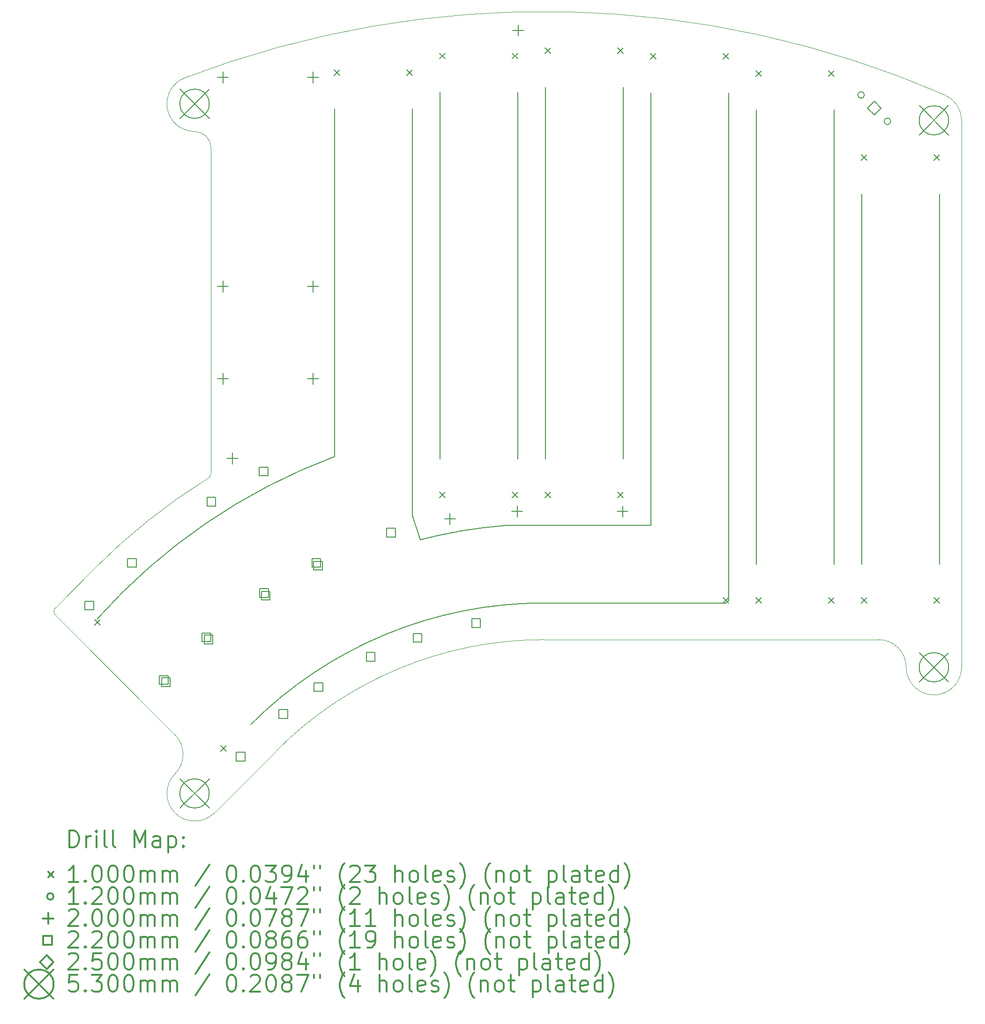
<source format=gbr>
%FSLAX45Y45*%
G04 Gerber Fmt 4.5, Leading zero omitted, Abs format (unit mm)*
G04 Created by KiCad (PCBNEW 5.1.12-84ad8e8a86~92~ubuntu20.04.1) date 2021-11-17 01:01:53*
%MOMM*%
%LPD*%
G01*
G04 APERTURE LIST*
%TA.AperFunction,Profile*%
%ADD10C,0.150000*%
%TD*%
%TA.AperFunction,Profile*%
%ADD11C,0.120000*%
%TD*%
%TA.AperFunction,Profile*%
%ADD12C,0.100000*%
%TD*%
%ADD13C,0.200000*%
%ADD14C,0.300000*%
G04 APERTURE END LIST*
D10*
X13795000Y-10934236D02*
X13944459Y-11368295D01*
X8102923Y-12802634D02*
G75*
G02*
X12395000Y-9866650I8073115J-7196726D01*
G01*
X15476000Y-11112000D02*
X18110000Y-11112000D01*
X19510000Y-12462000D02*
G75*
G02*
X19460000Y-12512000I-50000J0D01*
G01*
X13944459Y-11368296D02*
G75*
G02*
X15476000Y-11112000I2231579J-8631064D01*
G01*
X16176000Y-12512000D02*
X19460000Y-12512000D01*
X10881874Y-14704798D02*
G75*
G02*
X16176000Y-12512000I5294164J-5294562D01*
G01*
X12395000Y-3586000D02*
X12395000Y-9866650D01*
X13795000Y-10934236D02*
X13795000Y-3586000D01*
X14300000Y-3286000D02*
X14300000Y-9905000D01*
X15700000Y-9905000D02*
X15700000Y-3286000D01*
X16205000Y-3190000D02*
X16205000Y-9907000D01*
X17605000Y-9907000D02*
X17605000Y-3190000D01*
X18110000Y-3294000D02*
X18110000Y-11112000D01*
X19510000Y-12462000D02*
X19510000Y-3294000D01*
X20015000Y-3602000D02*
X20015000Y-11812000D01*
X21415000Y-11812000D02*
X21415000Y-3602000D01*
X21920000Y-5120000D02*
X21920000Y-11812000D01*
X23320000Y-11812000D02*
X23320000Y-5120000D01*
D11*
X7352485Y-12734402D02*
G75*
G02*
X7352485Y-12592980I70711J70711D01*
G01*
D12*
X9510337Y-14892253D02*
G75*
G02*
X9510337Y-15599360I-353553J-353553D01*
G01*
X10217443Y-16306467D02*
G75*
G02*
X9510337Y-15599360I-353553J353553D01*
G01*
X9864130Y-3993217D02*
G75*
G02*
X10161490Y-4290577I0J-297360D01*
G01*
X9864130Y-3993217D02*
G75*
G02*
X9685297Y-3026200I-240J500000D01*
G01*
X22222038Y-13174000D02*
G75*
G02*
X22722038Y-13674000I0J-500000D01*
G01*
X23722038Y-13674000D02*
G75*
G02*
X22722038Y-13674000I-500000J0D01*
G01*
X10161490Y-10169693D02*
G75*
G02*
X10114309Y-10254577I-100000J29D01*
G01*
X10161490Y-4290577D02*
X10161490Y-10169693D01*
X23421413Y-3334354D02*
G75*
G02*
X23722038Y-3792884I-199375J-458530D01*
G01*
X9685297Y-3026200D02*
G75*
G02*
X23421413Y-3334354I6490741J-16973160D01*
G01*
X8061271Y-11884194D02*
G75*
G02*
X10114309Y-10254577I8114767J-8115166D01*
G01*
X7352485Y-12592980D02*
X8061271Y-11884194D01*
X9510337Y-14892253D02*
X7352485Y-12734402D01*
X11350034Y-15173356D02*
X10217443Y-16306467D01*
X11350034Y-15173356D02*
G75*
G02*
X16176038Y-13174360I4826004J-4826004D01*
G01*
X16176038Y-13174360D02*
X22222038Y-13174000D01*
X23722038Y-3792884D02*
X23722038Y-13674000D01*
D13*
X8062298Y-12812945D02*
X8162298Y-12912945D01*
X8162298Y-12812945D02*
X8062298Y-12912945D01*
X10337061Y-15087708D02*
X10437061Y-15187708D01*
X10437061Y-15087708D02*
X10337061Y-15187708D01*
X12389000Y-2880000D02*
X12489000Y-2980000D01*
X12489000Y-2880000D02*
X12389000Y-2980000D01*
X13701000Y-2880000D02*
X13801000Y-2980000D01*
X13801000Y-2880000D02*
X13701000Y-2980000D01*
X14294000Y-2580000D02*
X14394000Y-2680000D01*
X14394000Y-2580000D02*
X14294000Y-2680000D01*
X14294000Y-10511000D02*
X14394000Y-10611000D01*
X14394000Y-10511000D02*
X14294000Y-10611000D01*
X15606000Y-2580000D02*
X15706000Y-2680000D01*
X15706000Y-2580000D02*
X15606000Y-2680000D01*
X15606000Y-10511000D02*
X15706000Y-10611000D01*
X15706000Y-10511000D02*
X15606000Y-10611000D01*
X16199000Y-2484000D02*
X16299000Y-2584000D01*
X16299000Y-2484000D02*
X16199000Y-2584000D01*
X16199000Y-10513000D02*
X16299000Y-10613000D01*
X16299000Y-10513000D02*
X16199000Y-10613000D01*
X17511000Y-2484000D02*
X17611000Y-2584000D01*
X17611000Y-2484000D02*
X17511000Y-2584000D01*
X17511000Y-10513000D02*
X17611000Y-10613000D01*
X17611000Y-10513000D02*
X17511000Y-10613000D01*
X18104000Y-2588000D02*
X18204000Y-2688000D01*
X18204000Y-2588000D02*
X18104000Y-2688000D01*
X19416000Y-2588000D02*
X19516000Y-2688000D01*
X19516000Y-2588000D02*
X19416000Y-2688000D01*
X19416000Y-12418000D02*
X19516000Y-12518000D01*
X19516000Y-12418000D02*
X19416000Y-12518000D01*
X20009000Y-2896000D02*
X20109000Y-2996000D01*
X20109000Y-2896000D02*
X20009000Y-2996000D01*
X20009000Y-12418000D02*
X20109000Y-12518000D01*
X20109000Y-12418000D02*
X20009000Y-12518000D01*
X21321000Y-2896000D02*
X21421000Y-2996000D01*
X21421000Y-2896000D02*
X21321000Y-2996000D01*
X21321000Y-12418000D02*
X21421000Y-12518000D01*
X21421000Y-12418000D02*
X21321000Y-12518000D01*
X21914000Y-4414000D02*
X22014000Y-4514000D01*
X22014000Y-4414000D02*
X21914000Y-4514000D01*
X21914000Y-12418000D02*
X22014000Y-12518000D01*
X22014000Y-12418000D02*
X21914000Y-12518000D01*
X23226000Y-4414000D02*
X23326000Y-4514000D01*
X23326000Y-4414000D02*
X23226000Y-4514000D01*
X23226000Y-12418000D02*
X23326000Y-12518000D01*
X23326000Y-12418000D02*
X23226000Y-12518000D01*
X21965625Y-3334062D02*
G75*
G03*
X21965625Y-3334062I-60000J0D01*
G01*
X22441875Y-3810312D02*
G75*
G03*
X22441875Y-3810312I-60000J0D01*
G01*
X10375625Y-2915750D02*
X10375625Y-3115750D01*
X10275625Y-3015750D02*
X10475625Y-3015750D01*
X10375625Y-6691250D02*
X10375625Y-6891250D01*
X10275625Y-6791250D02*
X10475625Y-6791250D01*
X10375625Y-8358125D02*
X10375625Y-8558125D01*
X10275625Y-8458125D02*
X10475625Y-8458125D01*
X10550000Y-9800000D02*
X10550000Y-10000000D01*
X10450000Y-9900000D02*
X10650000Y-9900000D01*
X12004375Y-2915750D02*
X12004375Y-3115750D01*
X11904375Y-3015750D02*
X12104375Y-3015750D01*
X12004375Y-6691250D02*
X12004375Y-6891250D01*
X11904375Y-6791250D02*
X12104375Y-6791250D01*
X12004375Y-8358125D02*
X12004375Y-8558125D01*
X11904375Y-8458125D02*
X12104375Y-8458125D01*
X14479344Y-10892081D02*
X14479344Y-11092081D01*
X14379344Y-10992081D02*
X14579344Y-10992081D01*
X15692375Y-10757500D02*
X15692375Y-10957500D01*
X15592375Y-10857500D02*
X15792375Y-10857500D01*
X15714375Y-2065937D02*
X15714375Y-2265938D01*
X15614375Y-2165938D02*
X15814375Y-2165938D01*
X17597375Y-10759500D02*
X17597375Y-10959500D01*
X17497375Y-10859500D02*
X17697375Y-10859500D01*
X8039361Y-12633429D02*
X8039361Y-12477864D01*
X7883796Y-12477864D01*
X7883796Y-12633429D01*
X8039361Y-12633429D01*
X8810108Y-11862683D02*
X8810108Y-11707118D01*
X8654543Y-11707118D01*
X8654543Y-11862683D01*
X8810108Y-11862683D01*
X9386400Y-13980468D02*
X9386400Y-13824903D01*
X9230835Y-13824903D01*
X9230835Y-13980468D01*
X9386400Y-13980468D01*
X9425290Y-14019359D02*
X9425290Y-13863794D01*
X9269725Y-13863794D01*
X9269725Y-14019359D01*
X9425290Y-14019359D01*
X10157146Y-13209721D02*
X10157146Y-13054156D01*
X10001581Y-13054156D01*
X10001581Y-13209721D01*
X10157146Y-13209721D01*
X10196037Y-13248612D02*
X10196037Y-13093047D01*
X10040472Y-13093047D01*
X10040472Y-13248612D01*
X10196037Y-13248612D01*
X10245837Y-10761009D02*
X10245837Y-10605444D01*
X10090272Y-10605444D01*
X10090272Y-10761009D01*
X10245837Y-10761009D01*
X10772329Y-15366397D02*
X10772329Y-15210832D01*
X10616764Y-15210832D01*
X10616764Y-15366397D01*
X10772329Y-15366397D01*
X11189804Y-10216009D02*
X11189804Y-10060444D01*
X11034240Y-10060444D01*
X11034240Y-10216009D01*
X11189804Y-10216009D01*
X11198337Y-12410788D02*
X11198337Y-12255223D01*
X11042772Y-12255223D01*
X11042772Y-12410788D01*
X11198337Y-12410788D01*
X11225837Y-12458419D02*
X11225837Y-12302854D01*
X11070272Y-12302854D01*
X11070272Y-12458419D01*
X11225837Y-12458419D01*
X11543075Y-14595651D02*
X11543075Y-14440086D01*
X11387510Y-14440086D01*
X11387510Y-14595651D01*
X11543075Y-14595651D01*
X12142304Y-11865788D02*
X12142304Y-11710223D01*
X11986739Y-11710223D01*
X11986739Y-11865788D01*
X12142304Y-11865788D01*
X12169804Y-11913419D02*
X12169804Y-11757854D01*
X12014239Y-11757854D01*
X12014239Y-11913419D01*
X12169804Y-11913419D01*
X12178337Y-14108197D02*
X12178337Y-13952632D01*
X12022772Y-13952632D01*
X12022772Y-14108197D01*
X12178337Y-14108197D01*
X13122304Y-13563197D02*
X13122304Y-13407632D01*
X12966739Y-13407632D01*
X12966739Y-13563197D01*
X13122304Y-13563197D01*
X13492021Y-11319096D02*
X13492021Y-11163531D01*
X13336456Y-11163531D01*
X13336456Y-11319096D01*
X13492021Y-11319096D01*
X13969507Y-13220045D02*
X13969507Y-13064480D01*
X13813942Y-13064480D01*
X13813942Y-13220045D01*
X13969507Y-13220045D01*
X15026667Y-12954505D02*
X15026667Y-12798940D01*
X14871102Y-12798940D01*
X14871102Y-12954505D01*
X15026667Y-12954505D01*
X22143750Y-3697187D02*
X22268750Y-3572187D01*
X22143750Y-3447187D01*
X22018750Y-3572187D01*
X22143750Y-3697187D01*
X9598890Y-3228217D02*
X10128890Y-3758217D01*
X10128890Y-3228217D02*
X9598890Y-3758217D01*
X10128890Y-3493217D02*
G75*
G03*
X10128890Y-3493217I-265000J0D01*
G01*
X9598890Y-15687914D02*
X10128890Y-16217914D01*
X10128890Y-15687914D02*
X9598890Y-16217914D01*
X10128890Y-15952914D02*
G75*
G03*
X10128890Y-15952914I-265000J0D01*
G01*
X22957038Y-3527884D02*
X23487038Y-4057884D01*
X23487038Y-3527884D02*
X22957038Y-4057884D01*
X23487038Y-3792884D02*
G75*
G03*
X23487038Y-3792884I-265000J0D01*
G01*
X22957038Y-13409000D02*
X23487038Y-13939000D01*
X23487038Y-13409000D02*
X22957038Y-13939000D01*
X23487038Y-13674000D02*
G75*
G03*
X23487038Y-13674000I-265000J0D01*
G01*
D14*
X7603624Y-16923628D02*
X7603624Y-16623628D01*
X7675052Y-16623628D01*
X7717910Y-16637914D01*
X7746481Y-16666485D01*
X7760767Y-16695057D01*
X7775052Y-16752199D01*
X7775052Y-16795057D01*
X7760767Y-16852200D01*
X7746481Y-16880771D01*
X7717910Y-16909342D01*
X7675052Y-16923628D01*
X7603624Y-16923628D01*
X7903624Y-16923628D02*
X7903624Y-16723628D01*
X7903624Y-16780771D02*
X7917910Y-16752199D01*
X7932195Y-16737914D01*
X7960767Y-16723628D01*
X7989338Y-16723628D01*
X8089338Y-16923628D02*
X8089338Y-16723628D01*
X8089338Y-16623628D02*
X8075052Y-16637914D01*
X8089338Y-16652199D01*
X8103624Y-16637914D01*
X8089338Y-16623628D01*
X8089338Y-16652199D01*
X8275052Y-16923628D02*
X8246481Y-16909342D01*
X8232195Y-16880771D01*
X8232195Y-16623628D01*
X8432195Y-16923628D02*
X8403624Y-16909342D01*
X8389338Y-16880771D01*
X8389338Y-16623628D01*
X8775053Y-16923628D02*
X8775053Y-16623628D01*
X8875053Y-16837914D01*
X8975053Y-16623628D01*
X8975053Y-16923628D01*
X9246481Y-16923628D02*
X9246481Y-16766485D01*
X9232195Y-16737914D01*
X9203624Y-16723628D01*
X9146481Y-16723628D01*
X9117910Y-16737914D01*
X9246481Y-16909342D02*
X9217910Y-16923628D01*
X9146481Y-16923628D01*
X9117910Y-16909342D01*
X9103624Y-16880771D01*
X9103624Y-16852200D01*
X9117910Y-16823628D01*
X9146481Y-16809342D01*
X9217910Y-16809342D01*
X9246481Y-16795057D01*
X9389338Y-16723628D02*
X9389338Y-17023628D01*
X9389338Y-16737914D02*
X9417910Y-16723628D01*
X9475053Y-16723628D01*
X9503624Y-16737914D01*
X9517910Y-16752199D01*
X9532195Y-16780771D01*
X9532195Y-16866485D01*
X9517910Y-16895057D01*
X9503624Y-16909342D01*
X9475053Y-16923628D01*
X9417910Y-16923628D01*
X9389338Y-16909342D01*
X9660767Y-16895057D02*
X9675053Y-16909342D01*
X9660767Y-16923628D01*
X9646481Y-16909342D01*
X9660767Y-16895057D01*
X9660767Y-16923628D01*
X9660767Y-16737914D02*
X9675053Y-16752199D01*
X9660767Y-16766485D01*
X9646481Y-16752199D01*
X9660767Y-16737914D01*
X9660767Y-16766485D01*
X7217195Y-17367914D02*
X7317195Y-17467914D01*
X7317195Y-17367914D02*
X7217195Y-17467914D01*
X7760767Y-17553628D02*
X7589338Y-17553628D01*
X7675052Y-17553628D02*
X7675052Y-17253628D01*
X7646481Y-17296485D01*
X7617910Y-17325057D01*
X7589338Y-17339342D01*
X7889338Y-17525057D02*
X7903624Y-17539342D01*
X7889338Y-17553628D01*
X7875052Y-17539342D01*
X7889338Y-17525057D01*
X7889338Y-17553628D01*
X8089338Y-17253628D02*
X8117910Y-17253628D01*
X8146481Y-17267914D01*
X8160767Y-17282200D01*
X8175052Y-17310771D01*
X8189338Y-17367914D01*
X8189338Y-17439342D01*
X8175052Y-17496485D01*
X8160767Y-17525057D01*
X8146481Y-17539342D01*
X8117910Y-17553628D01*
X8089338Y-17553628D01*
X8060767Y-17539342D01*
X8046481Y-17525057D01*
X8032195Y-17496485D01*
X8017910Y-17439342D01*
X8017910Y-17367914D01*
X8032195Y-17310771D01*
X8046481Y-17282200D01*
X8060767Y-17267914D01*
X8089338Y-17253628D01*
X8375052Y-17253628D02*
X8403624Y-17253628D01*
X8432195Y-17267914D01*
X8446481Y-17282200D01*
X8460767Y-17310771D01*
X8475053Y-17367914D01*
X8475053Y-17439342D01*
X8460767Y-17496485D01*
X8446481Y-17525057D01*
X8432195Y-17539342D01*
X8403624Y-17553628D01*
X8375052Y-17553628D01*
X8346481Y-17539342D01*
X8332195Y-17525057D01*
X8317910Y-17496485D01*
X8303624Y-17439342D01*
X8303624Y-17367914D01*
X8317910Y-17310771D01*
X8332195Y-17282200D01*
X8346481Y-17267914D01*
X8375052Y-17253628D01*
X8660767Y-17253628D02*
X8689338Y-17253628D01*
X8717910Y-17267914D01*
X8732195Y-17282200D01*
X8746481Y-17310771D01*
X8760767Y-17367914D01*
X8760767Y-17439342D01*
X8746481Y-17496485D01*
X8732195Y-17525057D01*
X8717910Y-17539342D01*
X8689338Y-17553628D01*
X8660767Y-17553628D01*
X8632195Y-17539342D01*
X8617910Y-17525057D01*
X8603624Y-17496485D01*
X8589338Y-17439342D01*
X8589338Y-17367914D01*
X8603624Y-17310771D01*
X8617910Y-17282200D01*
X8632195Y-17267914D01*
X8660767Y-17253628D01*
X8889338Y-17553628D02*
X8889338Y-17353628D01*
X8889338Y-17382200D02*
X8903624Y-17367914D01*
X8932195Y-17353628D01*
X8975053Y-17353628D01*
X9003624Y-17367914D01*
X9017910Y-17396485D01*
X9017910Y-17553628D01*
X9017910Y-17396485D02*
X9032195Y-17367914D01*
X9060767Y-17353628D01*
X9103624Y-17353628D01*
X9132195Y-17367914D01*
X9146481Y-17396485D01*
X9146481Y-17553628D01*
X9289338Y-17553628D02*
X9289338Y-17353628D01*
X9289338Y-17382200D02*
X9303624Y-17367914D01*
X9332195Y-17353628D01*
X9375053Y-17353628D01*
X9403624Y-17367914D01*
X9417910Y-17396485D01*
X9417910Y-17553628D01*
X9417910Y-17396485D02*
X9432195Y-17367914D01*
X9460767Y-17353628D01*
X9503624Y-17353628D01*
X9532195Y-17367914D01*
X9546481Y-17396485D01*
X9546481Y-17553628D01*
X10132195Y-17239342D02*
X9875053Y-17625057D01*
X10517910Y-17253628D02*
X10546481Y-17253628D01*
X10575053Y-17267914D01*
X10589338Y-17282200D01*
X10603624Y-17310771D01*
X10617910Y-17367914D01*
X10617910Y-17439342D01*
X10603624Y-17496485D01*
X10589338Y-17525057D01*
X10575053Y-17539342D01*
X10546481Y-17553628D01*
X10517910Y-17553628D01*
X10489338Y-17539342D01*
X10475053Y-17525057D01*
X10460767Y-17496485D01*
X10446481Y-17439342D01*
X10446481Y-17367914D01*
X10460767Y-17310771D01*
X10475053Y-17282200D01*
X10489338Y-17267914D01*
X10517910Y-17253628D01*
X10746481Y-17525057D02*
X10760767Y-17539342D01*
X10746481Y-17553628D01*
X10732195Y-17539342D01*
X10746481Y-17525057D01*
X10746481Y-17553628D01*
X10946481Y-17253628D02*
X10975053Y-17253628D01*
X11003624Y-17267914D01*
X11017910Y-17282200D01*
X11032195Y-17310771D01*
X11046481Y-17367914D01*
X11046481Y-17439342D01*
X11032195Y-17496485D01*
X11017910Y-17525057D01*
X11003624Y-17539342D01*
X10975053Y-17553628D01*
X10946481Y-17553628D01*
X10917910Y-17539342D01*
X10903624Y-17525057D01*
X10889338Y-17496485D01*
X10875053Y-17439342D01*
X10875053Y-17367914D01*
X10889338Y-17310771D01*
X10903624Y-17282200D01*
X10917910Y-17267914D01*
X10946481Y-17253628D01*
X11146481Y-17253628D02*
X11332195Y-17253628D01*
X11232195Y-17367914D01*
X11275052Y-17367914D01*
X11303624Y-17382200D01*
X11317910Y-17396485D01*
X11332195Y-17425057D01*
X11332195Y-17496485D01*
X11317910Y-17525057D01*
X11303624Y-17539342D01*
X11275052Y-17553628D01*
X11189338Y-17553628D01*
X11160767Y-17539342D01*
X11146481Y-17525057D01*
X11475052Y-17553628D02*
X11532195Y-17553628D01*
X11560767Y-17539342D01*
X11575052Y-17525057D01*
X11603624Y-17482200D01*
X11617910Y-17425057D01*
X11617910Y-17310771D01*
X11603624Y-17282200D01*
X11589338Y-17267914D01*
X11560767Y-17253628D01*
X11503624Y-17253628D01*
X11475052Y-17267914D01*
X11460767Y-17282200D01*
X11446481Y-17310771D01*
X11446481Y-17382200D01*
X11460767Y-17410771D01*
X11475052Y-17425057D01*
X11503624Y-17439342D01*
X11560767Y-17439342D01*
X11589338Y-17425057D01*
X11603624Y-17410771D01*
X11617910Y-17382200D01*
X11875052Y-17353628D02*
X11875052Y-17553628D01*
X11803624Y-17239342D02*
X11732195Y-17453628D01*
X11917910Y-17453628D01*
X12017910Y-17253628D02*
X12017910Y-17310771D01*
X12132195Y-17253628D02*
X12132195Y-17310771D01*
X12575052Y-17667914D02*
X12560767Y-17653628D01*
X12532195Y-17610771D01*
X12517910Y-17582200D01*
X12503624Y-17539342D01*
X12489338Y-17467914D01*
X12489338Y-17410771D01*
X12503624Y-17339342D01*
X12517910Y-17296485D01*
X12532195Y-17267914D01*
X12560767Y-17225057D01*
X12575052Y-17210771D01*
X12675052Y-17282200D02*
X12689338Y-17267914D01*
X12717910Y-17253628D01*
X12789338Y-17253628D01*
X12817910Y-17267914D01*
X12832195Y-17282200D01*
X12846481Y-17310771D01*
X12846481Y-17339342D01*
X12832195Y-17382200D01*
X12660767Y-17553628D01*
X12846481Y-17553628D01*
X12946481Y-17253628D02*
X13132195Y-17253628D01*
X13032195Y-17367914D01*
X13075052Y-17367914D01*
X13103624Y-17382200D01*
X13117910Y-17396485D01*
X13132195Y-17425057D01*
X13132195Y-17496485D01*
X13117910Y-17525057D01*
X13103624Y-17539342D01*
X13075052Y-17553628D01*
X12989338Y-17553628D01*
X12960767Y-17539342D01*
X12946481Y-17525057D01*
X13489338Y-17553628D02*
X13489338Y-17253628D01*
X13617910Y-17553628D02*
X13617910Y-17396485D01*
X13603624Y-17367914D01*
X13575052Y-17353628D01*
X13532195Y-17353628D01*
X13503624Y-17367914D01*
X13489338Y-17382200D01*
X13803624Y-17553628D02*
X13775052Y-17539342D01*
X13760767Y-17525057D01*
X13746481Y-17496485D01*
X13746481Y-17410771D01*
X13760767Y-17382200D01*
X13775052Y-17367914D01*
X13803624Y-17353628D01*
X13846481Y-17353628D01*
X13875052Y-17367914D01*
X13889338Y-17382200D01*
X13903624Y-17410771D01*
X13903624Y-17496485D01*
X13889338Y-17525057D01*
X13875052Y-17539342D01*
X13846481Y-17553628D01*
X13803624Y-17553628D01*
X14075052Y-17553628D02*
X14046481Y-17539342D01*
X14032195Y-17510771D01*
X14032195Y-17253628D01*
X14303624Y-17539342D02*
X14275052Y-17553628D01*
X14217910Y-17553628D01*
X14189338Y-17539342D01*
X14175052Y-17510771D01*
X14175052Y-17396485D01*
X14189338Y-17367914D01*
X14217910Y-17353628D01*
X14275052Y-17353628D01*
X14303624Y-17367914D01*
X14317910Y-17396485D01*
X14317910Y-17425057D01*
X14175052Y-17453628D01*
X14432195Y-17539342D02*
X14460767Y-17553628D01*
X14517910Y-17553628D01*
X14546481Y-17539342D01*
X14560767Y-17510771D01*
X14560767Y-17496485D01*
X14546481Y-17467914D01*
X14517910Y-17453628D01*
X14475052Y-17453628D01*
X14446481Y-17439342D01*
X14432195Y-17410771D01*
X14432195Y-17396485D01*
X14446481Y-17367914D01*
X14475052Y-17353628D01*
X14517910Y-17353628D01*
X14546481Y-17367914D01*
X14660767Y-17667914D02*
X14675052Y-17653628D01*
X14703624Y-17610771D01*
X14717910Y-17582200D01*
X14732195Y-17539342D01*
X14746481Y-17467914D01*
X14746481Y-17410771D01*
X14732195Y-17339342D01*
X14717910Y-17296485D01*
X14703624Y-17267914D01*
X14675052Y-17225057D01*
X14660767Y-17210771D01*
X15203624Y-17667914D02*
X15189338Y-17653628D01*
X15160767Y-17610771D01*
X15146481Y-17582200D01*
X15132195Y-17539342D01*
X15117910Y-17467914D01*
X15117910Y-17410771D01*
X15132195Y-17339342D01*
X15146481Y-17296485D01*
X15160767Y-17267914D01*
X15189338Y-17225057D01*
X15203624Y-17210771D01*
X15317910Y-17353628D02*
X15317910Y-17553628D01*
X15317910Y-17382200D02*
X15332195Y-17367914D01*
X15360767Y-17353628D01*
X15403624Y-17353628D01*
X15432195Y-17367914D01*
X15446481Y-17396485D01*
X15446481Y-17553628D01*
X15632195Y-17553628D02*
X15603624Y-17539342D01*
X15589338Y-17525057D01*
X15575052Y-17496485D01*
X15575052Y-17410771D01*
X15589338Y-17382200D01*
X15603624Y-17367914D01*
X15632195Y-17353628D01*
X15675052Y-17353628D01*
X15703624Y-17367914D01*
X15717910Y-17382200D01*
X15732195Y-17410771D01*
X15732195Y-17496485D01*
X15717910Y-17525057D01*
X15703624Y-17539342D01*
X15675052Y-17553628D01*
X15632195Y-17553628D01*
X15817910Y-17353628D02*
X15932195Y-17353628D01*
X15860767Y-17253628D02*
X15860767Y-17510771D01*
X15875052Y-17539342D01*
X15903624Y-17553628D01*
X15932195Y-17553628D01*
X16260767Y-17353628D02*
X16260767Y-17653628D01*
X16260767Y-17367914D02*
X16289338Y-17353628D01*
X16346481Y-17353628D01*
X16375052Y-17367914D01*
X16389338Y-17382200D01*
X16403624Y-17410771D01*
X16403624Y-17496485D01*
X16389338Y-17525057D01*
X16375052Y-17539342D01*
X16346481Y-17553628D01*
X16289338Y-17553628D01*
X16260767Y-17539342D01*
X16575052Y-17553628D02*
X16546481Y-17539342D01*
X16532195Y-17510771D01*
X16532195Y-17253628D01*
X16817910Y-17553628D02*
X16817910Y-17396485D01*
X16803624Y-17367914D01*
X16775052Y-17353628D01*
X16717910Y-17353628D01*
X16689338Y-17367914D01*
X16817910Y-17539342D02*
X16789338Y-17553628D01*
X16717910Y-17553628D01*
X16689338Y-17539342D01*
X16675052Y-17510771D01*
X16675052Y-17482200D01*
X16689338Y-17453628D01*
X16717910Y-17439342D01*
X16789338Y-17439342D01*
X16817910Y-17425057D01*
X16917910Y-17353628D02*
X17032195Y-17353628D01*
X16960767Y-17253628D02*
X16960767Y-17510771D01*
X16975053Y-17539342D01*
X17003624Y-17553628D01*
X17032195Y-17553628D01*
X17246481Y-17539342D02*
X17217910Y-17553628D01*
X17160767Y-17553628D01*
X17132195Y-17539342D01*
X17117910Y-17510771D01*
X17117910Y-17396485D01*
X17132195Y-17367914D01*
X17160767Y-17353628D01*
X17217910Y-17353628D01*
X17246481Y-17367914D01*
X17260767Y-17396485D01*
X17260767Y-17425057D01*
X17117910Y-17453628D01*
X17517910Y-17553628D02*
X17517910Y-17253628D01*
X17517910Y-17539342D02*
X17489338Y-17553628D01*
X17432195Y-17553628D01*
X17403624Y-17539342D01*
X17389338Y-17525057D01*
X17375053Y-17496485D01*
X17375053Y-17410771D01*
X17389338Y-17382200D01*
X17403624Y-17367914D01*
X17432195Y-17353628D01*
X17489338Y-17353628D01*
X17517910Y-17367914D01*
X17632195Y-17667914D02*
X17646481Y-17653628D01*
X17675053Y-17610771D01*
X17689338Y-17582200D01*
X17703624Y-17539342D01*
X17717910Y-17467914D01*
X17717910Y-17410771D01*
X17703624Y-17339342D01*
X17689338Y-17296485D01*
X17675053Y-17267914D01*
X17646481Y-17225057D01*
X17632195Y-17210771D01*
X7317195Y-17813914D02*
G75*
G03*
X7317195Y-17813914I-60000J0D01*
G01*
X7760767Y-17949628D02*
X7589338Y-17949628D01*
X7675052Y-17949628D02*
X7675052Y-17649628D01*
X7646481Y-17692485D01*
X7617910Y-17721057D01*
X7589338Y-17735342D01*
X7889338Y-17921057D02*
X7903624Y-17935342D01*
X7889338Y-17949628D01*
X7875052Y-17935342D01*
X7889338Y-17921057D01*
X7889338Y-17949628D01*
X8017910Y-17678200D02*
X8032195Y-17663914D01*
X8060767Y-17649628D01*
X8132195Y-17649628D01*
X8160767Y-17663914D01*
X8175052Y-17678200D01*
X8189338Y-17706771D01*
X8189338Y-17735342D01*
X8175052Y-17778200D01*
X8003624Y-17949628D01*
X8189338Y-17949628D01*
X8375052Y-17649628D02*
X8403624Y-17649628D01*
X8432195Y-17663914D01*
X8446481Y-17678200D01*
X8460767Y-17706771D01*
X8475053Y-17763914D01*
X8475053Y-17835342D01*
X8460767Y-17892485D01*
X8446481Y-17921057D01*
X8432195Y-17935342D01*
X8403624Y-17949628D01*
X8375052Y-17949628D01*
X8346481Y-17935342D01*
X8332195Y-17921057D01*
X8317910Y-17892485D01*
X8303624Y-17835342D01*
X8303624Y-17763914D01*
X8317910Y-17706771D01*
X8332195Y-17678200D01*
X8346481Y-17663914D01*
X8375052Y-17649628D01*
X8660767Y-17649628D02*
X8689338Y-17649628D01*
X8717910Y-17663914D01*
X8732195Y-17678200D01*
X8746481Y-17706771D01*
X8760767Y-17763914D01*
X8760767Y-17835342D01*
X8746481Y-17892485D01*
X8732195Y-17921057D01*
X8717910Y-17935342D01*
X8689338Y-17949628D01*
X8660767Y-17949628D01*
X8632195Y-17935342D01*
X8617910Y-17921057D01*
X8603624Y-17892485D01*
X8589338Y-17835342D01*
X8589338Y-17763914D01*
X8603624Y-17706771D01*
X8617910Y-17678200D01*
X8632195Y-17663914D01*
X8660767Y-17649628D01*
X8889338Y-17949628D02*
X8889338Y-17749628D01*
X8889338Y-17778200D02*
X8903624Y-17763914D01*
X8932195Y-17749628D01*
X8975053Y-17749628D01*
X9003624Y-17763914D01*
X9017910Y-17792485D01*
X9017910Y-17949628D01*
X9017910Y-17792485D02*
X9032195Y-17763914D01*
X9060767Y-17749628D01*
X9103624Y-17749628D01*
X9132195Y-17763914D01*
X9146481Y-17792485D01*
X9146481Y-17949628D01*
X9289338Y-17949628D02*
X9289338Y-17749628D01*
X9289338Y-17778200D02*
X9303624Y-17763914D01*
X9332195Y-17749628D01*
X9375053Y-17749628D01*
X9403624Y-17763914D01*
X9417910Y-17792485D01*
X9417910Y-17949628D01*
X9417910Y-17792485D02*
X9432195Y-17763914D01*
X9460767Y-17749628D01*
X9503624Y-17749628D01*
X9532195Y-17763914D01*
X9546481Y-17792485D01*
X9546481Y-17949628D01*
X10132195Y-17635342D02*
X9875053Y-18021057D01*
X10517910Y-17649628D02*
X10546481Y-17649628D01*
X10575053Y-17663914D01*
X10589338Y-17678200D01*
X10603624Y-17706771D01*
X10617910Y-17763914D01*
X10617910Y-17835342D01*
X10603624Y-17892485D01*
X10589338Y-17921057D01*
X10575053Y-17935342D01*
X10546481Y-17949628D01*
X10517910Y-17949628D01*
X10489338Y-17935342D01*
X10475053Y-17921057D01*
X10460767Y-17892485D01*
X10446481Y-17835342D01*
X10446481Y-17763914D01*
X10460767Y-17706771D01*
X10475053Y-17678200D01*
X10489338Y-17663914D01*
X10517910Y-17649628D01*
X10746481Y-17921057D02*
X10760767Y-17935342D01*
X10746481Y-17949628D01*
X10732195Y-17935342D01*
X10746481Y-17921057D01*
X10746481Y-17949628D01*
X10946481Y-17649628D02*
X10975053Y-17649628D01*
X11003624Y-17663914D01*
X11017910Y-17678200D01*
X11032195Y-17706771D01*
X11046481Y-17763914D01*
X11046481Y-17835342D01*
X11032195Y-17892485D01*
X11017910Y-17921057D01*
X11003624Y-17935342D01*
X10975053Y-17949628D01*
X10946481Y-17949628D01*
X10917910Y-17935342D01*
X10903624Y-17921057D01*
X10889338Y-17892485D01*
X10875053Y-17835342D01*
X10875053Y-17763914D01*
X10889338Y-17706771D01*
X10903624Y-17678200D01*
X10917910Y-17663914D01*
X10946481Y-17649628D01*
X11303624Y-17749628D02*
X11303624Y-17949628D01*
X11232195Y-17635342D02*
X11160767Y-17849628D01*
X11346481Y-17849628D01*
X11432195Y-17649628D02*
X11632195Y-17649628D01*
X11503624Y-17949628D01*
X11732195Y-17678200D02*
X11746481Y-17663914D01*
X11775052Y-17649628D01*
X11846481Y-17649628D01*
X11875052Y-17663914D01*
X11889338Y-17678200D01*
X11903624Y-17706771D01*
X11903624Y-17735342D01*
X11889338Y-17778200D01*
X11717910Y-17949628D01*
X11903624Y-17949628D01*
X12017910Y-17649628D02*
X12017910Y-17706771D01*
X12132195Y-17649628D02*
X12132195Y-17706771D01*
X12575052Y-18063914D02*
X12560767Y-18049628D01*
X12532195Y-18006771D01*
X12517910Y-17978200D01*
X12503624Y-17935342D01*
X12489338Y-17863914D01*
X12489338Y-17806771D01*
X12503624Y-17735342D01*
X12517910Y-17692485D01*
X12532195Y-17663914D01*
X12560767Y-17621057D01*
X12575052Y-17606771D01*
X12675052Y-17678200D02*
X12689338Y-17663914D01*
X12717910Y-17649628D01*
X12789338Y-17649628D01*
X12817910Y-17663914D01*
X12832195Y-17678200D01*
X12846481Y-17706771D01*
X12846481Y-17735342D01*
X12832195Y-17778200D01*
X12660767Y-17949628D01*
X12846481Y-17949628D01*
X13203624Y-17949628D02*
X13203624Y-17649628D01*
X13332195Y-17949628D02*
X13332195Y-17792485D01*
X13317910Y-17763914D01*
X13289338Y-17749628D01*
X13246481Y-17749628D01*
X13217910Y-17763914D01*
X13203624Y-17778200D01*
X13517910Y-17949628D02*
X13489338Y-17935342D01*
X13475052Y-17921057D01*
X13460767Y-17892485D01*
X13460767Y-17806771D01*
X13475052Y-17778200D01*
X13489338Y-17763914D01*
X13517910Y-17749628D01*
X13560767Y-17749628D01*
X13589338Y-17763914D01*
X13603624Y-17778200D01*
X13617910Y-17806771D01*
X13617910Y-17892485D01*
X13603624Y-17921057D01*
X13589338Y-17935342D01*
X13560767Y-17949628D01*
X13517910Y-17949628D01*
X13789338Y-17949628D02*
X13760767Y-17935342D01*
X13746481Y-17906771D01*
X13746481Y-17649628D01*
X14017910Y-17935342D02*
X13989338Y-17949628D01*
X13932195Y-17949628D01*
X13903624Y-17935342D01*
X13889338Y-17906771D01*
X13889338Y-17792485D01*
X13903624Y-17763914D01*
X13932195Y-17749628D01*
X13989338Y-17749628D01*
X14017910Y-17763914D01*
X14032195Y-17792485D01*
X14032195Y-17821057D01*
X13889338Y-17849628D01*
X14146481Y-17935342D02*
X14175052Y-17949628D01*
X14232195Y-17949628D01*
X14260767Y-17935342D01*
X14275052Y-17906771D01*
X14275052Y-17892485D01*
X14260767Y-17863914D01*
X14232195Y-17849628D01*
X14189338Y-17849628D01*
X14160767Y-17835342D01*
X14146481Y-17806771D01*
X14146481Y-17792485D01*
X14160767Y-17763914D01*
X14189338Y-17749628D01*
X14232195Y-17749628D01*
X14260767Y-17763914D01*
X14375052Y-18063914D02*
X14389338Y-18049628D01*
X14417910Y-18006771D01*
X14432195Y-17978200D01*
X14446481Y-17935342D01*
X14460767Y-17863914D01*
X14460767Y-17806771D01*
X14446481Y-17735342D01*
X14432195Y-17692485D01*
X14417910Y-17663914D01*
X14389338Y-17621057D01*
X14375052Y-17606771D01*
X14917910Y-18063914D02*
X14903624Y-18049628D01*
X14875052Y-18006771D01*
X14860767Y-17978200D01*
X14846481Y-17935342D01*
X14832195Y-17863914D01*
X14832195Y-17806771D01*
X14846481Y-17735342D01*
X14860767Y-17692485D01*
X14875052Y-17663914D01*
X14903624Y-17621057D01*
X14917910Y-17606771D01*
X15032195Y-17749628D02*
X15032195Y-17949628D01*
X15032195Y-17778200D02*
X15046481Y-17763914D01*
X15075052Y-17749628D01*
X15117910Y-17749628D01*
X15146481Y-17763914D01*
X15160767Y-17792485D01*
X15160767Y-17949628D01*
X15346481Y-17949628D02*
X15317910Y-17935342D01*
X15303624Y-17921057D01*
X15289338Y-17892485D01*
X15289338Y-17806771D01*
X15303624Y-17778200D01*
X15317910Y-17763914D01*
X15346481Y-17749628D01*
X15389338Y-17749628D01*
X15417910Y-17763914D01*
X15432195Y-17778200D01*
X15446481Y-17806771D01*
X15446481Y-17892485D01*
X15432195Y-17921057D01*
X15417910Y-17935342D01*
X15389338Y-17949628D01*
X15346481Y-17949628D01*
X15532195Y-17749628D02*
X15646481Y-17749628D01*
X15575052Y-17649628D02*
X15575052Y-17906771D01*
X15589338Y-17935342D01*
X15617910Y-17949628D01*
X15646481Y-17949628D01*
X15975052Y-17749628D02*
X15975052Y-18049628D01*
X15975052Y-17763914D02*
X16003624Y-17749628D01*
X16060767Y-17749628D01*
X16089338Y-17763914D01*
X16103624Y-17778200D01*
X16117910Y-17806771D01*
X16117910Y-17892485D01*
X16103624Y-17921057D01*
X16089338Y-17935342D01*
X16060767Y-17949628D01*
X16003624Y-17949628D01*
X15975052Y-17935342D01*
X16289338Y-17949628D02*
X16260767Y-17935342D01*
X16246481Y-17906771D01*
X16246481Y-17649628D01*
X16532195Y-17949628D02*
X16532195Y-17792485D01*
X16517910Y-17763914D01*
X16489338Y-17749628D01*
X16432195Y-17749628D01*
X16403624Y-17763914D01*
X16532195Y-17935342D02*
X16503624Y-17949628D01*
X16432195Y-17949628D01*
X16403624Y-17935342D01*
X16389338Y-17906771D01*
X16389338Y-17878200D01*
X16403624Y-17849628D01*
X16432195Y-17835342D01*
X16503624Y-17835342D01*
X16532195Y-17821057D01*
X16632195Y-17749628D02*
X16746481Y-17749628D01*
X16675052Y-17649628D02*
X16675052Y-17906771D01*
X16689338Y-17935342D01*
X16717910Y-17949628D01*
X16746481Y-17949628D01*
X16960767Y-17935342D02*
X16932195Y-17949628D01*
X16875053Y-17949628D01*
X16846481Y-17935342D01*
X16832195Y-17906771D01*
X16832195Y-17792485D01*
X16846481Y-17763914D01*
X16875053Y-17749628D01*
X16932195Y-17749628D01*
X16960767Y-17763914D01*
X16975053Y-17792485D01*
X16975053Y-17821057D01*
X16832195Y-17849628D01*
X17232195Y-17949628D02*
X17232195Y-17649628D01*
X17232195Y-17935342D02*
X17203624Y-17949628D01*
X17146481Y-17949628D01*
X17117910Y-17935342D01*
X17103624Y-17921057D01*
X17089338Y-17892485D01*
X17089338Y-17806771D01*
X17103624Y-17778200D01*
X17117910Y-17763914D01*
X17146481Y-17749628D01*
X17203624Y-17749628D01*
X17232195Y-17763914D01*
X17346481Y-18063914D02*
X17360767Y-18049628D01*
X17389338Y-18006771D01*
X17403624Y-17978200D01*
X17417910Y-17935342D01*
X17432195Y-17863914D01*
X17432195Y-17806771D01*
X17417910Y-17735342D01*
X17403624Y-17692485D01*
X17389338Y-17663914D01*
X17360767Y-17621057D01*
X17346481Y-17606771D01*
X7217195Y-18109914D02*
X7217195Y-18309914D01*
X7117195Y-18209914D02*
X7317195Y-18209914D01*
X7589338Y-18074200D02*
X7603624Y-18059914D01*
X7632195Y-18045628D01*
X7703624Y-18045628D01*
X7732195Y-18059914D01*
X7746481Y-18074200D01*
X7760767Y-18102771D01*
X7760767Y-18131342D01*
X7746481Y-18174200D01*
X7575052Y-18345628D01*
X7760767Y-18345628D01*
X7889338Y-18317057D02*
X7903624Y-18331342D01*
X7889338Y-18345628D01*
X7875052Y-18331342D01*
X7889338Y-18317057D01*
X7889338Y-18345628D01*
X8089338Y-18045628D02*
X8117910Y-18045628D01*
X8146481Y-18059914D01*
X8160767Y-18074200D01*
X8175052Y-18102771D01*
X8189338Y-18159914D01*
X8189338Y-18231342D01*
X8175052Y-18288485D01*
X8160767Y-18317057D01*
X8146481Y-18331342D01*
X8117910Y-18345628D01*
X8089338Y-18345628D01*
X8060767Y-18331342D01*
X8046481Y-18317057D01*
X8032195Y-18288485D01*
X8017910Y-18231342D01*
X8017910Y-18159914D01*
X8032195Y-18102771D01*
X8046481Y-18074200D01*
X8060767Y-18059914D01*
X8089338Y-18045628D01*
X8375052Y-18045628D02*
X8403624Y-18045628D01*
X8432195Y-18059914D01*
X8446481Y-18074200D01*
X8460767Y-18102771D01*
X8475053Y-18159914D01*
X8475053Y-18231342D01*
X8460767Y-18288485D01*
X8446481Y-18317057D01*
X8432195Y-18331342D01*
X8403624Y-18345628D01*
X8375052Y-18345628D01*
X8346481Y-18331342D01*
X8332195Y-18317057D01*
X8317910Y-18288485D01*
X8303624Y-18231342D01*
X8303624Y-18159914D01*
X8317910Y-18102771D01*
X8332195Y-18074200D01*
X8346481Y-18059914D01*
X8375052Y-18045628D01*
X8660767Y-18045628D02*
X8689338Y-18045628D01*
X8717910Y-18059914D01*
X8732195Y-18074200D01*
X8746481Y-18102771D01*
X8760767Y-18159914D01*
X8760767Y-18231342D01*
X8746481Y-18288485D01*
X8732195Y-18317057D01*
X8717910Y-18331342D01*
X8689338Y-18345628D01*
X8660767Y-18345628D01*
X8632195Y-18331342D01*
X8617910Y-18317057D01*
X8603624Y-18288485D01*
X8589338Y-18231342D01*
X8589338Y-18159914D01*
X8603624Y-18102771D01*
X8617910Y-18074200D01*
X8632195Y-18059914D01*
X8660767Y-18045628D01*
X8889338Y-18345628D02*
X8889338Y-18145628D01*
X8889338Y-18174200D02*
X8903624Y-18159914D01*
X8932195Y-18145628D01*
X8975053Y-18145628D01*
X9003624Y-18159914D01*
X9017910Y-18188485D01*
X9017910Y-18345628D01*
X9017910Y-18188485D02*
X9032195Y-18159914D01*
X9060767Y-18145628D01*
X9103624Y-18145628D01*
X9132195Y-18159914D01*
X9146481Y-18188485D01*
X9146481Y-18345628D01*
X9289338Y-18345628D02*
X9289338Y-18145628D01*
X9289338Y-18174200D02*
X9303624Y-18159914D01*
X9332195Y-18145628D01*
X9375053Y-18145628D01*
X9403624Y-18159914D01*
X9417910Y-18188485D01*
X9417910Y-18345628D01*
X9417910Y-18188485D02*
X9432195Y-18159914D01*
X9460767Y-18145628D01*
X9503624Y-18145628D01*
X9532195Y-18159914D01*
X9546481Y-18188485D01*
X9546481Y-18345628D01*
X10132195Y-18031342D02*
X9875053Y-18417057D01*
X10517910Y-18045628D02*
X10546481Y-18045628D01*
X10575053Y-18059914D01*
X10589338Y-18074200D01*
X10603624Y-18102771D01*
X10617910Y-18159914D01*
X10617910Y-18231342D01*
X10603624Y-18288485D01*
X10589338Y-18317057D01*
X10575053Y-18331342D01*
X10546481Y-18345628D01*
X10517910Y-18345628D01*
X10489338Y-18331342D01*
X10475053Y-18317057D01*
X10460767Y-18288485D01*
X10446481Y-18231342D01*
X10446481Y-18159914D01*
X10460767Y-18102771D01*
X10475053Y-18074200D01*
X10489338Y-18059914D01*
X10517910Y-18045628D01*
X10746481Y-18317057D02*
X10760767Y-18331342D01*
X10746481Y-18345628D01*
X10732195Y-18331342D01*
X10746481Y-18317057D01*
X10746481Y-18345628D01*
X10946481Y-18045628D02*
X10975053Y-18045628D01*
X11003624Y-18059914D01*
X11017910Y-18074200D01*
X11032195Y-18102771D01*
X11046481Y-18159914D01*
X11046481Y-18231342D01*
X11032195Y-18288485D01*
X11017910Y-18317057D01*
X11003624Y-18331342D01*
X10975053Y-18345628D01*
X10946481Y-18345628D01*
X10917910Y-18331342D01*
X10903624Y-18317057D01*
X10889338Y-18288485D01*
X10875053Y-18231342D01*
X10875053Y-18159914D01*
X10889338Y-18102771D01*
X10903624Y-18074200D01*
X10917910Y-18059914D01*
X10946481Y-18045628D01*
X11146481Y-18045628D02*
X11346481Y-18045628D01*
X11217910Y-18345628D01*
X11503624Y-18174200D02*
X11475052Y-18159914D01*
X11460767Y-18145628D01*
X11446481Y-18117057D01*
X11446481Y-18102771D01*
X11460767Y-18074200D01*
X11475052Y-18059914D01*
X11503624Y-18045628D01*
X11560767Y-18045628D01*
X11589338Y-18059914D01*
X11603624Y-18074200D01*
X11617910Y-18102771D01*
X11617910Y-18117057D01*
X11603624Y-18145628D01*
X11589338Y-18159914D01*
X11560767Y-18174200D01*
X11503624Y-18174200D01*
X11475052Y-18188485D01*
X11460767Y-18202771D01*
X11446481Y-18231342D01*
X11446481Y-18288485D01*
X11460767Y-18317057D01*
X11475052Y-18331342D01*
X11503624Y-18345628D01*
X11560767Y-18345628D01*
X11589338Y-18331342D01*
X11603624Y-18317057D01*
X11617910Y-18288485D01*
X11617910Y-18231342D01*
X11603624Y-18202771D01*
X11589338Y-18188485D01*
X11560767Y-18174200D01*
X11717910Y-18045628D02*
X11917910Y-18045628D01*
X11789338Y-18345628D01*
X12017910Y-18045628D02*
X12017910Y-18102771D01*
X12132195Y-18045628D02*
X12132195Y-18102771D01*
X12575052Y-18459914D02*
X12560767Y-18445628D01*
X12532195Y-18402771D01*
X12517910Y-18374200D01*
X12503624Y-18331342D01*
X12489338Y-18259914D01*
X12489338Y-18202771D01*
X12503624Y-18131342D01*
X12517910Y-18088485D01*
X12532195Y-18059914D01*
X12560767Y-18017057D01*
X12575052Y-18002771D01*
X12846481Y-18345628D02*
X12675052Y-18345628D01*
X12760767Y-18345628D02*
X12760767Y-18045628D01*
X12732195Y-18088485D01*
X12703624Y-18117057D01*
X12675052Y-18131342D01*
X13132195Y-18345628D02*
X12960767Y-18345628D01*
X13046481Y-18345628D02*
X13046481Y-18045628D01*
X13017910Y-18088485D01*
X12989338Y-18117057D01*
X12960767Y-18131342D01*
X13489338Y-18345628D02*
X13489338Y-18045628D01*
X13617910Y-18345628D02*
X13617910Y-18188485D01*
X13603624Y-18159914D01*
X13575052Y-18145628D01*
X13532195Y-18145628D01*
X13503624Y-18159914D01*
X13489338Y-18174200D01*
X13803624Y-18345628D02*
X13775052Y-18331342D01*
X13760767Y-18317057D01*
X13746481Y-18288485D01*
X13746481Y-18202771D01*
X13760767Y-18174200D01*
X13775052Y-18159914D01*
X13803624Y-18145628D01*
X13846481Y-18145628D01*
X13875052Y-18159914D01*
X13889338Y-18174200D01*
X13903624Y-18202771D01*
X13903624Y-18288485D01*
X13889338Y-18317057D01*
X13875052Y-18331342D01*
X13846481Y-18345628D01*
X13803624Y-18345628D01*
X14075052Y-18345628D02*
X14046481Y-18331342D01*
X14032195Y-18302771D01*
X14032195Y-18045628D01*
X14303624Y-18331342D02*
X14275052Y-18345628D01*
X14217910Y-18345628D01*
X14189338Y-18331342D01*
X14175052Y-18302771D01*
X14175052Y-18188485D01*
X14189338Y-18159914D01*
X14217910Y-18145628D01*
X14275052Y-18145628D01*
X14303624Y-18159914D01*
X14317910Y-18188485D01*
X14317910Y-18217057D01*
X14175052Y-18245628D01*
X14432195Y-18331342D02*
X14460767Y-18345628D01*
X14517910Y-18345628D01*
X14546481Y-18331342D01*
X14560767Y-18302771D01*
X14560767Y-18288485D01*
X14546481Y-18259914D01*
X14517910Y-18245628D01*
X14475052Y-18245628D01*
X14446481Y-18231342D01*
X14432195Y-18202771D01*
X14432195Y-18188485D01*
X14446481Y-18159914D01*
X14475052Y-18145628D01*
X14517910Y-18145628D01*
X14546481Y-18159914D01*
X14660767Y-18459914D02*
X14675052Y-18445628D01*
X14703624Y-18402771D01*
X14717910Y-18374200D01*
X14732195Y-18331342D01*
X14746481Y-18259914D01*
X14746481Y-18202771D01*
X14732195Y-18131342D01*
X14717910Y-18088485D01*
X14703624Y-18059914D01*
X14675052Y-18017057D01*
X14660767Y-18002771D01*
X15203624Y-18459914D02*
X15189338Y-18445628D01*
X15160767Y-18402771D01*
X15146481Y-18374200D01*
X15132195Y-18331342D01*
X15117910Y-18259914D01*
X15117910Y-18202771D01*
X15132195Y-18131342D01*
X15146481Y-18088485D01*
X15160767Y-18059914D01*
X15189338Y-18017057D01*
X15203624Y-18002771D01*
X15317910Y-18145628D02*
X15317910Y-18345628D01*
X15317910Y-18174200D02*
X15332195Y-18159914D01*
X15360767Y-18145628D01*
X15403624Y-18145628D01*
X15432195Y-18159914D01*
X15446481Y-18188485D01*
X15446481Y-18345628D01*
X15632195Y-18345628D02*
X15603624Y-18331342D01*
X15589338Y-18317057D01*
X15575052Y-18288485D01*
X15575052Y-18202771D01*
X15589338Y-18174200D01*
X15603624Y-18159914D01*
X15632195Y-18145628D01*
X15675052Y-18145628D01*
X15703624Y-18159914D01*
X15717910Y-18174200D01*
X15732195Y-18202771D01*
X15732195Y-18288485D01*
X15717910Y-18317057D01*
X15703624Y-18331342D01*
X15675052Y-18345628D01*
X15632195Y-18345628D01*
X15817910Y-18145628D02*
X15932195Y-18145628D01*
X15860767Y-18045628D02*
X15860767Y-18302771D01*
X15875052Y-18331342D01*
X15903624Y-18345628D01*
X15932195Y-18345628D01*
X16260767Y-18145628D02*
X16260767Y-18445628D01*
X16260767Y-18159914D02*
X16289338Y-18145628D01*
X16346481Y-18145628D01*
X16375052Y-18159914D01*
X16389338Y-18174200D01*
X16403624Y-18202771D01*
X16403624Y-18288485D01*
X16389338Y-18317057D01*
X16375052Y-18331342D01*
X16346481Y-18345628D01*
X16289338Y-18345628D01*
X16260767Y-18331342D01*
X16575052Y-18345628D02*
X16546481Y-18331342D01*
X16532195Y-18302771D01*
X16532195Y-18045628D01*
X16817910Y-18345628D02*
X16817910Y-18188485D01*
X16803624Y-18159914D01*
X16775052Y-18145628D01*
X16717910Y-18145628D01*
X16689338Y-18159914D01*
X16817910Y-18331342D02*
X16789338Y-18345628D01*
X16717910Y-18345628D01*
X16689338Y-18331342D01*
X16675052Y-18302771D01*
X16675052Y-18274200D01*
X16689338Y-18245628D01*
X16717910Y-18231342D01*
X16789338Y-18231342D01*
X16817910Y-18217057D01*
X16917910Y-18145628D02*
X17032195Y-18145628D01*
X16960767Y-18045628D02*
X16960767Y-18302771D01*
X16975053Y-18331342D01*
X17003624Y-18345628D01*
X17032195Y-18345628D01*
X17246481Y-18331342D02*
X17217910Y-18345628D01*
X17160767Y-18345628D01*
X17132195Y-18331342D01*
X17117910Y-18302771D01*
X17117910Y-18188485D01*
X17132195Y-18159914D01*
X17160767Y-18145628D01*
X17217910Y-18145628D01*
X17246481Y-18159914D01*
X17260767Y-18188485D01*
X17260767Y-18217057D01*
X17117910Y-18245628D01*
X17517910Y-18345628D02*
X17517910Y-18045628D01*
X17517910Y-18331342D02*
X17489338Y-18345628D01*
X17432195Y-18345628D01*
X17403624Y-18331342D01*
X17389338Y-18317057D01*
X17375053Y-18288485D01*
X17375053Y-18202771D01*
X17389338Y-18174200D01*
X17403624Y-18159914D01*
X17432195Y-18145628D01*
X17489338Y-18145628D01*
X17517910Y-18159914D01*
X17632195Y-18459914D02*
X17646481Y-18445628D01*
X17675053Y-18402771D01*
X17689338Y-18374200D01*
X17703624Y-18331342D01*
X17717910Y-18259914D01*
X17717910Y-18202771D01*
X17703624Y-18131342D01*
X17689338Y-18088485D01*
X17675053Y-18059914D01*
X17646481Y-18017057D01*
X17632195Y-18002771D01*
X7284978Y-18683696D02*
X7284978Y-18528131D01*
X7129413Y-18528131D01*
X7129413Y-18683696D01*
X7284978Y-18683696D01*
X7589338Y-18470200D02*
X7603624Y-18455914D01*
X7632195Y-18441628D01*
X7703624Y-18441628D01*
X7732195Y-18455914D01*
X7746481Y-18470200D01*
X7760767Y-18498771D01*
X7760767Y-18527342D01*
X7746481Y-18570200D01*
X7575052Y-18741628D01*
X7760767Y-18741628D01*
X7889338Y-18713057D02*
X7903624Y-18727342D01*
X7889338Y-18741628D01*
X7875052Y-18727342D01*
X7889338Y-18713057D01*
X7889338Y-18741628D01*
X8017910Y-18470200D02*
X8032195Y-18455914D01*
X8060767Y-18441628D01*
X8132195Y-18441628D01*
X8160767Y-18455914D01*
X8175052Y-18470200D01*
X8189338Y-18498771D01*
X8189338Y-18527342D01*
X8175052Y-18570200D01*
X8003624Y-18741628D01*
X8189338Y-18741628D01*
X8375052Y-18441628D02*
X8403624Y-18441628D01*
X8432195Y-18455914D01*
X8446481Y-18470200D01*
X8460767Y-18498771D01*
X8475053Y-18555914D01*
X8475053Y-18627342D01*
X8460767Y-18684485D01*
X8446481Y-18713057D01*
X8432195Y-18727342D01*
X8403624Y-18741628D01*
X8375052Y-18741628D01*
X8346481Y-18727342D01*
X8332195Y-18713057D01*
X8317910Y-18684485D01*
X8303624Y-18627342D01*
X8303624Y-18555914D01*
X8317910Y-18498771D01*
X8332195Y-18470200D01*
X8346481Y-18455914D01*
X8375052Y-18441628D01*
X8660767Y-18441628D02*
X8689338Y-18441628D01*
X8717910Y-18455914D01*
X8732195Y-18470200D01*
X8746481Y-18498771D01*
X8760767Y-18555914D01*
X8760767Y-18627342D01*
X8746481Y-18684485D01*
X8732195Y-18713057D01*
X8717910Y-18727342D01*
X8689338Y-18741628D01*
X8660767Y-18741628D01*
X8632195Y-18727342D01*
X8617910Y-18713057D01*
X8603624Y-18684485D01*
X8589338Y-18627342D01*
X8589338Y-18555914D01*
X8603624Y-18498771D01*
X8617910Y-18470200D01*
X8632195Y-18455914D01*
X8660767Y-18441628D01*
X8889338Y-18741628D02*
X8889338Y-18541628D01*
X8889338Y-18570200D02*
X8903624Y-18555914D01*
X8932195Y-18541628D01*
X8975053Y-18541628D01*
X9003624Y-18555914D01*
X9017910Y-18584485D01*
X9017910Y-18741628D01*
X9017910Y-18584485D02*
X9032195Y-18555914D01*
X9060767Y-18541628D01*
X9103624Y-18541628D01*
X9132195Y-18555914D01*
X9146481Y-18584485D01*
X9146481Y-18741628D01*
X9289338Y-18741628D02*
X9289338Y-18541628D01*
X9289338Y-18570200D02*
X9303624Y-18555914D01*
X9332195Y-18541628D01*
X9375053Y-18541628D01*
X9403624Y-18555914D01*
X9417910Y-18584485D01*
X9417910Y-18741628D01*
X9417910Y-18584485D02*
X9432195Y-18555914D01*
X9460767Y-18541628D01*
X9503624Y-18541628D01*
X9532195Y-18555914D01*
X9546481Y-18584485D01*
X9546481Y-18741628D01*
X10132195Y-18427342D02*
X9875053Y-18813057D01*
X10517910Y-18441628D02*
X10546481Y-18441628D01*
X10575053Y-18455914D01*
X10589338Y-18470200D01*
X10603624Y-18498771D01*
X10617910Y-18555914D01*
X10617910Y-18627342D01*
X10603624Y-18684485D01*
X10589338Y-18713057D01*
X10575053Y-18727342D01*
X10546481Y-18741628D01*
X10517910Y-18741628D01*
X10489338Y-18727342D01*
X10475053Y-18713057D01*
X10460767Y-18684485D01*
X10446481Y-18627342D01*
X10446481Y-18555914D01*
X10460767Y-18498771D01*
X10475053Y-18470200D01*
X10489338Y-18455914D01*
X10517910Y-18441628D01*
X10746481Y-18713057D02*
X10760767Y-18727342D01*
X10746481Y-18741628D01*
X10732195Y-18727342D01*
X10746481Y-18713057D01*
X10746481Y-18741628D01*
X10946481Y-18441628D02*
X10975053Y-18441628D01*
X11003624Y-18455914D01*
X11017910Y-18470200D01*
X11032195Y-18498771D01*
X11046481Y-18555914D01*
X11046481Y-18627342D01*
X11032195Y-18684485D01*
X11017910Y-18713057D01*
X11003624Y-18727342D01*
X10975053Y-18741628D01*
X10946481Y-18741628D01*
X10917910Y-18727342D01*
X10903624Y-18713057D01*
X10889338Y-18684485D01*
X10875053Y-18627342D01*
X10875053Y-18555914D01*
X10889338Y-18498771D01*
X10903624Y-18470200D01*
X10917910Y-18455914D01*
X10946481Y-18441628D01*
X11217910Y-18570200D02*
X11189338Y-18555914D01*
X11175053Y-18541628D01*
X11160767Y-18513057D01*
X11160767Y-18498771D01*
X11175053Y-18470200D01*
X11189338Y-18455914D01*
X11217910Y-18441628D01*
X11275052Y-18441628D01*
X11303624Y-18455914D01*
X11317910Y-18470200D01*
X11332195Y-18498771D01*
X11332195Y-18513057D01*
X11317910Y-18541628D01*
X11303624Y-18555914D01*
X11275052Y-18570200D01*
X11217910Y-18570200D01*
X11189338Y-18584485D01*
X11175053Y-18598771D01*
X11160767Y-18627342D01*
X11160767Y-18684485D01*
X11175053Y-18713057D01*
X11189338Y-18727342D01*
X11217910Y-18741628D01*
X11275052Y-18741628D01*
X11303624Y-18727342D01*
X11317910Y-18713057D01*
X11332195Y-18684485D01*
X11332195Y-18627342D01*
X11317910Y-18598771D01*
X11303624Y-18584485D01*
X11275052Y-18570200D01*
X11589338Y-18441628D02*
X11532195Y-18441628D01*
X11503624Y-18455914D01*
X11489338Y-18470200D01*
X11460767Y-18513057D01*
X11446481Y-18570200D01*
X11446481Y-18684485D01*
X11460767Y-18713057D01*
X11475052Y-18727342D01*
X11503624Y-18741628D01*
X11560767Y-18741628D01*
X11589338Y-18727342D01*
X11603624Y-18713057D01*
X11617910Y-18684485D01*
X11617910Y-18613057D01*
X11603624Y-18584485D01*
X11589338Y-18570200D01*
X11560767Y-18555914D01*
X11503624Y-18555914D01*
X11475052Y-18570200D01*
X11460767Y-18584485D01*
X11446481Y-18613057D01*
X11875052Y-18441628D02*
X11817910Y-18441628D01*
X11789338Y-18455914D01*
X11775052Y-18470200D01*
X11746481Y-18513057D01*
X11732195Y-18570200D01*
X11732195Y-18684485D01*
X11746481Y-18713057D01*
X11760767Y-18727342D01*
X11789338Y-18741628D01*
X11846481Y-18741628D01*
X11875052Y-18727342D01*
X11889338Y-18713057D01*
X11903624Y-18684485D01*
X11903624Y-18613057D01*
X11889338Y-18584485D01*
X11875052Y-18570200D01*
X11846481Y-18555914D01*
X11789338Y-18555914D01*
X11760767Y-18570200D01*
X11746481Y-18584485D01*
X11732195Y-18613057D01*
X12017910Y-18441628D02*
X12017910Y-18498771D01*
X12132195Y-18441628D02*
X12132195Y-18498771D01*
X12575052Y-18855914D02*
X12560767Y-18841628D01*
X12532195Y-18798771D01*
X12517910Y-18770200D01*
X12503624Y-18727342D01*
X12489338Y-18655914D01*
X12489338Y-18598771D01*
X12503624Y-18527342D01*
X12517910Y-18484485D01*
X12532195Y-18455914D01*
X12560767Y-18413057D01*
X12575052Y-18398771D01*
X12846481Y-18741628D02*
X12675052Y-18741628D01*
X12760767Y-18741628D02*
X12760767Y-18441628D01*
X12732195Y-18484485D01*
X12703624Y-18513057D01*
X12675052Y-18527342D01*
X12989338Y-18741628D02*
X13046481Y-18741628D01*
X13075052Y-18727342D01*
X13089338Y-18713057D01*
X13117910Y-18670200D01*
X13132195Y-18613057D01*
X13132195Y-18498771D01*
X13117910Y-18470200D01*
X13103624Y-18455914D01*
X13075052Y-18441628D01*
X13017910Y-18441628D01*
X12989338Y-18455914D01*
X12975052Y-18470200D01*
X12960767Y-18498771D01*
X12960767Y-18570200D01*
X12975052Y-18598771D01*
X12989338Y-18613057D01*
X13017910Y-18627342D01*
X13075052Y-18627342D01*
X13103624Y-18613057D01*
X13117910Y-18598771D01*
X13132195Y-18570200D01*
X13489338Y-18741628D02*
X13489338Y-18441628D01*
X13617910Y-18741628D02*
X13617910Y-18584485D01*
X13603624Y-18555914D01*
X13575052Y-18541628D01*
X13532195Y-18541628D01*
X13503624Y-18555914D01*
X13489338Y-18570200D01*
X13803624Y-18741628D02*
X13775052Y-18727342D01*
X13760767Y-18713057D01*
X13746481Y-18684485D01*
X13746481Y-18598771D01*
X13760767Y-18570200D01*
X13775052Y-18555914D01*
X13803624Y-18541628D01*
X13846481Y-18541628D01*
X13875052Y-18555914D01*
X13889338Y-18570200D01*
X13903624Y-18598771D01*
X13903624Y-18684485D01*
X13889338Y-18713057D01*
X13875052Y-18727342D01*
X13846481Y-18741628D01*
X13803624Y-18741628D01*
X14075052Y-18741628D02*
X14046481Y-18727342D01*
X14032195Y-18698771D01*
X14032195Y-18441628D01*
X14303624Y-18727342D02*
X14275052Y-18741628D01*
X14217910Y-18741628D01*
X14189338Y-18727342D01*
X14175052Y-18698771D01*
X14175052Y-18584485D01*
X14189338Y-18555914D01*
X14217910Y-18541628D01*
X14275052Y-18541628D01*
X14303624Y-18555914D01*
X14317910Y-18584485D01*
X14317910Y-18613057D01*
X14175052Y-18641628D01*
X14432195Y-18727342D02*
X14460767Y-18741628D01*
X14517910Y-18741628D01*
X14546481Y-18727342D01*
X14560767Y-18698771D01*
X14560767Y-18684485D01*
X14546481Y-18655914D01*
X14517910Y-18641628D01*
X14475052Y-18641628D01*
X14446481Y-18627342D01*
X14432195Y-18598771D01*
X14432195Y-18584485D01*
X14446481Y-18555914D01*
X14475052Y-18541628D01*
X14517910Y-18541628D01*
X14546481Y-18555914D01*
X14660767Y-18855914D02*
X14675052Y-18841628D01*
X14703624Y-18798771D01*
X14717910Y-18770200D01*
X14732195Y-18727342D01*
X14746481Y-18655914D01*
X14746481Y-18598771D01*
X14732195Y-18527342D01*
X14717910Y-18484485D01*
X14703624Y-18455914D01*
X14675052Y-18413057D01*
X14660767Y-18398771D01*
X15203624Y-18855914D02*
X15189338Y-18841628D01*
X15160767Y-18798771D01*
X15146481Y-18770200D01*
X15132195Y-18727342D01*
X15117910Y-18655914D01*
X15117910Y-18598771D01*
X15132195Y-18527342D01*
X15146481Y-18484485D01*
X15160767Y-18455914D01*
X15189338Y-18413057D01*
X15203624Y-18398771D01*
X15317910Y-18541628D02*
X15317910Y-18741628D01*
X15317910Y-18570200D02*
X15332195Y-18555914D01*
X15360767Y-18541628D01*
X15403624Y-18541628D01*
X15432195Y-18555914D01*
X15446481Y-18584485D01*
X15446481Y-18741628D01*
X15632195Y-18741628D02*
X15603624Y-18727342D01*
X15589338Y-18713057D01*
X15575052Y-18684485D01*
X15575052Y-18598771D01*
X15589338Y-18570200D01*
X15603624Y-18555914D01*
X15632195Y-18541628D01*
X15675052Y-18541628D01*
X15703624Y-18555914D01*
X15717910Y-18570200D01*
X15732195Y-18598771D01*
X15732195Y-18684485D01*
X15717910Y-18713057D01*
X15703624Y-18727342D01*
X15675052Y-18741628D01*
X15632195Y-18741628D01*
X15817910Y-18541628D02*
X15932195Y-18541628D01*
X15860767Y-18441628D02*
X15860767Y-18698771D01*
X15875052Y-18727342D01*
X15903624Y-18741628D01*
X15932195Y-18741628D01*
X16260767Y-18541628D02*
X16260767Y-18841628D01*
X16260767Y-18555914D02*
X16289338Y-18541628D01*
X16346481Y-18541628D01*
X16375052Y-18555914D01*
X16389338Y-18570200D01*
X16403624Y-18598771D01*
X16403624Y-18684485D01*
X16389338Y-18713057D01*
X16375052Y-18727342D01*
X16346481Y-18741628D01*
X16289338Y-18741628D01*
X16260767Y-18727342D01*
X16575052Y-18741628D02*
X16546481Y-18727342D01*
X16532195Y-18698771D01*
X16532195Y-18441628D01*
X16817910Y-18741628D02*
X16817910Y-18584485D01*
X16803624Y-18555914D01*
X16775052Y-18541628D01*
X16717910Y-18541628D01*
X16689338Y-18555914D01*
X16817910Y-18727342D02*
X16789338Y-18741628D01*
X16717910Y-18741628D01*
X16689338Y-18727342D01*
X16675052Y-18698771D01*
X16675052Y-18670200D01*
X16689338Y-18641628D01*
X16717910Y-18627342D01*
X16789338Y-18627342D01*
X16817910Y-18613057D01*
X16917910Y-18541628D02*
X17032195Y-18541628D01*
X16960767Y-18441628D02*
X16960767Y-18698771D01*
X16975053Y-18727342D01*
X17003624Y-18741628D01*
X17032195Y-18741628D01*
X17246481Y-18727342D02*
X17217910Y-18741628D01*
X17160767Y-18741628D01*
X17132195Y-18727342D01*
X17117910Y-18698771D01*
X17117910Y-18584485D01*
X17132195Y-18555914D01*
X17160767Y-18541628D01*
X17217910Y-18541628D01*
X17246481Y-18555914D01*
X17260767Y-18584485D01*
X17260767Y-18613057D01*
X17117910Y-18641628D01*
X17517910Y-18741628D02*
X17517910Y-18441628D01*
X17517910Y-18727342D02*
X17489338Y-18741628D01*
X17432195Y-18741628D01*
X17403624Y-18727342D01*
X17389338Y-18713057D01*
X17375053Y-18684485D01*
X17375053Y-18598771D01*
X17389338Y-18570200D01*
X17403624Y-18555914D01*
X17432195Y-18541628D01*
X17489338Y-18541628D01*
X17517910Y-18555914D01*
X17632195Y-18855914D02*
X17646481Y-18841628D01*
X17675053Y-18798771D01*
X17689338Y-18770200D01*
X17703624Y-18727342D01*
X17717910Y-18655914D01*
X17717910Y-18598771D01*
X17703624Y-18527342D01*
X17689338Y-18484485D01*
X17675053Y-18455914D01*
X17646481Y-18413057D01*
X17632195Y-18398771D01*
X7192195Y-19126914D02*
X7317195Y-19001914D01*
X7192195Y-18876914D01*
X7067195Y-19001914D01*
X7192195Y-19126914D01*
X7589338Y-18866200D02*
X7603624Y-18851914D01*
X7632195Y-18837628D01*
X7703624Y-18837628D01*
X7732195Y-18851914D01*
X7746481Y-18866200D01*
X7760767Y-18894771D01*
X7760767Y-18923342D01*
X7746481Y-18966200D01*
X7575052Y-19137628D01*
X7760767Y-19137628D01*
X7889338Y-19109057D02*
X7903624Y-19123342D01*
X7889338Y-19137628D01*
X7875052Y-19123342D01*
X7889338Y-19109057D01*
X7889338Y-19137628D01*
X8175052Y-18837628D02*
X8032195Y-18837628D01*
X8017910Y-18980485D01*
X8032195Y-18966200D01*
X8060767Y-18951914D01*
X8132195Y-18951914D01*
X8160767Y-18966200D01*
X8175052Y-18980485D01*
X8189338Y-19009057D01*
X8189338Y-19080485D01*
X8175052Y-19109057D01*
X8160767Y-19123342D01*
X8132195Y-19137628D01*
X8060767Y-19137628D01*
X8032195Y-19123342D01*
X8017910Y-19109057D01*
X8375052Y-18837628D02*
X8403624Y-18837628D01*
X8432195Y-18851914D01*
X8446481Y-18866200D01*
X8460767Y-18894771D01*
X8475053Y-18951914D01*
X8475053Y-19023342D01*
X8460767Y-19080485D01*
X8446481Y-19109057D01*
X8432195Y-19123342D01*
X8403624Y-19137628D01*
X8375052Y-19137628D01*
X8346481Y-19123342D01*
X8332195Y-19109057D01*
X8317910Y-19080485D01*
X8303624Y-19023342D01*
X8303624Y-18951914D01*
X8317910Y-18894771D01*
X8332195Y-18866200D01*
X8346481Y-18851914D01*
X8375052Y-18837628D01*
X8660767Y-18837628D02*
X8689338Y-18837628D01*
X8717910Y-18851914D01*
X8732195Y-18866200D01*
X8746481Y-18894771D01*
X8760767Y-18951914D01*
X8760767Y-19023342D01*
X8746481Y-19080485D01*
X8732195Y-19109057D01*
X8717910Y-19123342D01*
X8689338Y-19137628D01*
X8660767Y-19137628D01*
X8632195Y-19123342D01*
X8617910Y-19109057D01*
X8603624Y-19080485D01*
X8589338Y-19023342D01*
X8589338Y-18951914D01*
X8603624Y-18894771D01*
X8617910Y-18866200D01*
X8632195Y-18851914D01*
X8660767Y-18837628D01*
X8889338Y-19137628D02*
X8889338Y-18937628D01*
X8889338Y-18966200D02*
X8903624Y-18951914D01*
X8932195Y-18937628D01*
X8975053Y-18937628D01*
X9003624Y-18951914D01*
X9017910Y-18980485D01*
X9017910Y-19137628D01*
X9017910Y-18980485D02*
X9032195Y-18951914D01*
X9060767Y-18937628D01*
X9103624Y-18937628D01*
X9132195Y-18951914D01*
X9146481Y-18980485D01*
X9146481Y-19137628D01*
X9289338Y-19137628D02*
X9289338Y-18937628D01*
X9289338Y-18966200D02*
X9303624Y-18951914D01*
X9332195Y-18937628D01*
X9375053Y-18937628D01*
X9403624Y-18951914D01*
X9417910Y-18980485D01*
X9417910Y-19137628D01*
X9417910Y-18980485D02*
X9432195Y-18951914D01*
X9460767Y-18937628D01*
X9503624Y-18937628D01*
X9532195Y-18951914D01*
X9546481Y-18980485D01*
X9546481Y-19137628D01*
X10132195Y-18823342D02*
X9875053Y-19209057D01*
X10517910Y-18837628D02*
X10546481Y-18837628D01*
X10575053Y-18851914D01*
X10589338Y-18866200D01*
X10603624Y-18894771D01*
X10617910Y-18951914D01*
X10617910Y-19023342D01*
X10603624Y-19080485D01*
X10589338Y-19109057D01*
X10575053Y-19123342D01*
X10546481Y-19137628D01*
X10517910Y-19137628D01*
X10489338Y-19123342D01*
X10475053Y-19109057D01*
X10460767Y-19080485D01*
X10446481Y-19023342D01*
X10446481Y-18951914D01*
X10460767Y-18894771D01*
X10475053Y-18866200D01*
X10489338Y-18851914D01*
X10517910Y-18837628D01*
X10746481Y-19109057D02*
X10760767Y-19123342D01*
X10746481Y-19137628D01*
X10732195Y-19123342D01*
X10746481Y-19109057D01*
X10746481Y-19137628D01*
X10946481Y-18837628D02*
X10975053Y-18837628D01*
X11003624Y-18851914D01*
X11017910Y-18866200D01*
X11032195Y-18894771D01*
X11046481Y-18951914D01*
X11046481Y-19023342D01*
X11032195Y-19080485D01*
X11017910Y-19109057D01*
X11003624Y-19123342D01*
X10975053Y-19137628D01*
X10946481Y-19137628D01*
X10917910Y-19123342D01*
X10903624Y-19109057D01*
X10889338Y-19080485D01*
X10875053Y-19023342D01*
X10875053Y-18951914D01*
X10889338Y-18894771D01*
X10903624Y-18866200D01*
X10917910Y-18851914D01*
X10946481Y-18837628D01*
X11189338Y-19137628D02*
X11246481Y-19137628D01*
X11275052Y-19123342D01*
X11289338Y-19109057D01*
X11317910Y-19066200D01*
X11332195Y-19009057D01*
X11332195Y-18894771D01*
X11317910Y-18866200D01*
X11303624Y-18851914D01*
X11275052Y-18837628D01*
X11217910Y-18837628D01*
X11189338Y-18851914D01*
X11175053Y-18866200D01*
X11160767Y-18894771D01*
X11160767Y-18966200D01*
X11175053Y-18994771D01*
X11189338Y-19009057D01*
X11217910Y-19023342D01*
X11275052Y-19023342D01*
X11303624Y-19009057D01*
X11317910Y-18994771D01*
X11332195Y-18966200D01*
X11503624Y-18966200D02*
X11475052Y-18951914D01*
X11460767Y-18937628D01*
X11446481Y-18909057D01*
X11446481Y-18894771D01*
X11460767Y-18866200D01*
X11475052Y-18851914D01*
X11503624Y-18837628D01*
X11560767Y-18837628D01*
X11589338Y-18851914D01*
X11603624Y-18866200D01*
X11617910Y-18894771D01*
X11617910Y-18909057D01*
X11603624Y-18937628D01*
X11589338Y-18951914D01*
X11560767Y-18966200D01*
X11503624Y-18966200D01*
X11475052Y-18980485D01*
X11460767Y-18994771D01*
X11446481Y-19023342D01*
X11446481Y-19080485D01*
X11460767Y-19109057D01*
X11475052Y-19123342D01*
X11503624Y-19137628D01*
X11560767Y-19137628D01*
X11589338Y-19123342D01*
X11603624Y-19109057D01*
X11617910Y-19080485D01*
X11617910Y-19023342D01*
X11603624Y-18994771D01*
X11589338Y-18980485D01*
X11560767Y-18966200D01*
X11875052Y-18937628D02*
X11875052Y-19137628D01*
X11803624Y-18823342D02*
X11732195Y-19037628D01*
X11917910Y-19037628D01*
X12017910Y-18837628D02*
X12017910Y-18894771D01*
X12132195Y-18837628D02*
X12132195Y-18894771D01*
X12575052Y-19251914D02*
X12560767Y-19237628D01*
X12532195Y-19194771D01*
X12517910Y-19166200D01*
X12503624Y-19123342D01*
X12489338Y-19051914D01*
X12489338Y-18994771D01*
X12503624Y-18923342D01*
X12517910Y-18880485D01*
X12532195Y-18851914D01*
X12560767Y-18809057D01*
X12575052Y-18794771D01*
X12846481Y-19137628D02*
X12675052Y-19137628D01*
X12760767Y-19137628D02*
X12760767Y-18837628D01*
X12732195Y-18880485D01*
X12703624Y-18909057D01*
X12675052Y-18923342D01*
X13203624Y-19137628D02*
X13203624Y-18837628D01*
X13332195Y-19137628D02*
X13332195Y-18980485D01*
X13317910Y-18951914D01*
X13289338Y-18937628D01*
X13246481Y-18937628D01*
X13217910Y-18951914D01*
X13203624Y-18966200D01*
X13517910Y-19137628D02*
X13489338Y-19123342D01*
X13475052Y-19109057D01*
X13460767Y-19080485D01*
X13460767Y-18994771D01*
X13475052Y-18966200D01*
X13489338Y-18951914D01*
X13517910Y-18937628D01*
X13560767Y-18937628D01*
X13589338Y-18951914D01*
X13603624Y-18966200D01*
X13617910Y-18994771D01*
X13617910Y-19080485D01*
X13603624Y-19109057D01*
X13589338Y-19123342D01*
X13560767Y-19137628D01*
X13517910Y-19137628D01*
X13789338Y-19137628D02*
X13760767Y-19123342D01*
X13746481Y-19094771D01*
X13746481Y-18837628D01*
X14017910Y-19123342D02*
X13989338Y-19137628D01*
X13932195Y-19137628D01*
X13903624Y-19123342D01*
X13889338Y-19094771D01*
X13889338Y-18980485D01*
X13903624Y-18951914D01*
X13932195Y-18937628D01*
X13989338Y-18937628D01*
X14017910Y-18951914D01*
X14032195Y-18980485D01*
X14032195Y-19009057D01*
X13889338Y-19037628D01*
X14132195Y-19251914D02*
X14146481Y-19237628D01*
X14175052Y-19194771D01*
X14189338Y-19166200D01*
X14203624Y-19123342D01*
X14217910Y-19051914D01*
X14217910Y-18994771D01*
X14203624Y-18923342D01*
X14189338Y-18880485D01*
X14175052Y-18851914D01*
X14146481Y-18809057D01*
X14132195Y-18794771D01*
X14675052Y-19251914D02*
X14660767Y-19237628D01*
X14632195Y-19194771D01*
X14617910Y-19166200D01*
X14603624Y-19123342D01*
X14589338Y-19051914D01*
X14589338Y-18994771D01*
X14603624Y-18923342D01*
X14617910Y-18880485D01*
X14632195Y-18851914D01*
X14660767Y-18809057D01*
X14675052Y-18794771D01*
X14789338Y-18937628D02*
X14789338Y-19137628D01*
X14789338Y-18966200D02*
X14803624Y-18951914D01*
X14832195Y-18937628D01*
X14875052Y-18937628D01*
X14903624Y-18951914D01*
X14917910Y-18980485D01*
X14917910Y-19137628D01*
X15103624Y-19137628D02*
X15075052Y-19123342D01*
X15060767Y-19109057D01*
X15046481Y-19080485D01*
X15046481Y-18994771D01*
X15060767Y-18966200D01*
X15075052Y-18951914D01*
X15103624Y-18937628D01*
X15146481Y-18937628D01*
X15175052Y-18951914D01*
X15189338Y-18966200D01*
X15203624Y-18994771D01*
X15203624Y-19080485D01*
X15189338Y-19109057D01*
X15175052Y-19123342D01*
X15146481Y-19137628D01*
X15103624Y-19137628D01*
X15289338Y-18937628D02*
X15403624Y-18937628D01*
X15332195Y-18837628D02*
X15332195Y-19094771D01*
X15346481Y-19123342D01*
X15375052Y-19137628D01*
X15403624Y-19137628D01*
X15732195Y-18937628D02*
X15732195Y-19237628D01*
X15732195Y-18951914D02*
X15760767Y-18937628D01*
X15817910Y-18937628D01*
X15846481Y-18951914D01*
X15860767Y-18966200D01*
X15875052Y-18994771D01*
X15875052Y-19080485D01*
X15860767Y-19109057D01*
X15846481Y-19123342D01*
X15817910Y-19137628D01*
X15760767Y-19137628D01*
X15732195Y-19123342D01*
X16046481Y-19137628D02*
X16017910Y-19123342D01*
X16003624Y-19094771D01*
X16003624Y-18837628D01*
X16289338Y-19137628D02*
X16289338Y-18980485D01*
X16275052Y-18951914D01*
X16246481Y-18937628D01*
X16189338Y-18937628D01*
X16160767Y-18951914D01*
X16289338Y-19123342D02*
X16260767Y-19137628D01*
X16189338Y-19137628D01*
X16160767Y-19123342D01*
X16146481Y-19094771D01*
X16146481Y-19066200D01*
X16160767Y-19037628D01*
X16189338Y-19023342D01*
X16260767Y-19023342D01*
X16289338Y-19009057D01*
X16389338Y-18937628D02*
X16503624Y-18937628D01*
X16432195Y-18837628D02*
X16432195Y-19094771D01*
X16446481Y-19123342D01*
X16475052Y-19137628D01*
X16503624Y-19137628D01*
X16717910Y-19123342D02*
X16689338Y-19137628D01*
X16632195Y-19137628D01*
X16603624Y-19123342D01*
X16589338Y-19094771D01*
X16589338Y-18980485D01*
X16603624Y-18951914D01*
X16632195Y-18937628D01*
X16689338Y-18937628D01*
X16717910Y-18951914D01*
X16732195Y-18980485D01*
X16732195Y-19009057D01*
X16589338Y-19037628D01*
X16989338Y-19137628D02*
X16989338Y-18837628D01*
X16989338Y-19123342D02*
X16960767Y-19137628D01*
X16903624Y-19137628D01*
X16875053Y-19123342D01*
X16860767Y-19109057D01*
X16846481Y-19080485D01*
X16846481Y-18994771D01*
X16860767Y-18966200D01*
X16875053Y-18951914D01*
X16903624Y-18937628D01*
X16960767Y-18937628D01*
X16989338Y-18951914D01*
X17103624Y-19251914D02*
X17117910Y-19237628D01*
X17146481Y-19194771D01*
X17160767Y-19166200D01*
X17175053Y-19123342D01*
X17189338Y-19051914D01*
X17189338Y-18994771D01*
X17175053Y-18923342D01*
X17160767Y-18880485D01*
X17146481Y-18851914D01*
X17117910Y-18809057D01*
X17103624Y-18794771D01*
X6787195Y-19132914D02*
X7317195Y-19662914D01*
X7317195Y-19132914D02*
X6787195Y-19662914D01*
X7317195Y-19397914D02*
G75*
G03*
X7317195Y-19397914I-265000J0D01*
G01*
X7746481Y-19233628D02*
X7603624Y-19233628D01*
X7589338Y-19376485D01*
X7603624Y-19362200D01*
X7632195Y-19347914D01*
X7703624Y-19347914D01*
X7732195Y-19362200D01*
X7746481Y-19376485D01*
X7760767Y-19405057D01*
X7760767Y-19476485D01*
X7746481Y-19505057D01*
X7732195Y-19519342D01*
X7703624Y-19533628D01*
X7632195Y-19533628D01*
X7603624Y-19519342D01*
X7589338Y-19505057D01*
X7889338Y-19505057D02*
X7903624Y-19519342D01*
X7889338Y-19533628D01*
X7875052Y-19519342D01*
X7889338Y-19505057D01*
X7889338Y-19533628D01*
X8003624Y-19233628D02*
X8189338Y-19233628D01*
X8089338Y-19347914D01*
X8132195Y-19347914D01*
X8160767Y-19362200D01*
X8175052Y-19376485D01*
X8189338Y-19405057D01*
X8189338Y-19476485D01*
X8175052Y-19505057D01*
X8160767Y-19519342D01*
X8132195Y-19533628D01*
X8046481Y-19533628D01*
X8017910Y-19519342D01*
X8003624Y-19505057D01*
X8375052Y-19233628D02*
X8403624Y-19233628D01*
X8432195Y-19247914D01*
X8446481Y-19262200D01*
X8460767Y-19290771D01*
X8475053Y-19347914D01*
X8475053Y-19419342D01*
X8460767Y-19476485D01*
X8446481Y-19505057D01*
X8432195Y-19519342D01*
X8403624Y-19533628D01*
X8375052Y-19533628D01*
X8346481Y-19519342D01*
X8332195Y-19505057D01*
X8317910Y-19476485D01*
X8303624Y-19419342D01*
X8303624Y-19347914D01*
X8317910Y-19290771D01*
X8332195Y-19262200D01*
X8346481Y-19247914D01*
X8375052Y-19233628D01*
X8660767Y-19233628D02*
X8689338Y-19233628D01*
X8717910Y-19247914D01*
X8732195Y-19262200D01*
X8746481Y-19290771D01*
X8760767Y-19347914D01*
X8760767Y-19419342D01*
X8746481Y-19476485D01*
X8732195Y-19505057D01*
X8717910Y-19519342D01*
X8689338Y-19533628D01*
X8660767Y-19533628D01*
X8632195Y-19519342D01*
X8617910Y-19505057D01*
X8603624Y-19476485D01*
X8589338Y-19419342D01*
X8589338Y-19347914D01*
X8603624Y-19290771D01*
X8617910Y-19262200D01*
X8632195Y-19247914D01*
X8660767Y-19233628D01*
X8889338Y-19533628D02*
X8889338Y-19333628D01*
X8889338Y-19362200D02*
X8903624Y-19347914D01*
X8932195Y-19333628D01*
X8975053Y-19333628D01*
X9003624Y-19347914D01*
X9017910Y-19376485D01*
X9017910Y-19533628D01*
X9017910Y-19376485D02*
X9032195Y-19347914D01*
X9060767Y-19333628D01*
X9103624Y-19333628D01*
X9132195Y-19347914D01*
X9146481Y-19376485D01*
X9146481Y-19533628D01*
X9289338Y-19533628D02*
X9289338Y-19333628D01*
X9289338Y-19362200D02*
X9303624Y-19347914D01*
X9332195Y-19333628D01*
X9375053Y-19333628D01*
X9403624Y-19347914D01*
X9417910Y-19376485D01*
X9417910Y-19533628D01*
X9417910Y-19376485D02*
X9432195Y-19347914D01*
X9460767Y-19333628D01*
X9503624Y-19333628D01*
X9532195Y-19347914D01*
X9546481Y-19376485D01*
X9546481Y-19533628D01*
X10132195Y-19219342D02*
X9875053Y-19605057D01*
X10517910Y-19233628D02*
X10546481Y-19233628D01*
X10575053Y-19247914D01*
X10589338Y-19262200D01*
X10603624Y-19290771D01*
X10617910Y-19347914D01*
X10617910Y-19419342D01*
X10603624Y-19476485D01*
X10589338Y-19505057D01*
X10575053Y-19519342D01*
X10546481Y-19533628D01*
X10517910Y-19533628D01*
X10489338Y-19519342D01*
X10475053Y-19505057D01*
X10460767Y-19476485D01*
X10446481Y-19419342D01*
X10446481Y-19347914D01*
X10460767Y-19290771D01*
X10475053Y-19262200D01*
X10489338Y-19247914D01*
X10517910Y-19233628D01*
X10746481Y-19505057D02*
X10760767Y-19519342D01*
X10746481Y-19533628D01*
X10732195Y-19519342D01*
X10746481Y-19505057D01*
X10746481Y-19533628D01*
X10875053Y-19262200D02*
X10889338Y-19247914D01*
X10917910Y-19233628D01*
X10989338Y-19233628D01*
X11017910Y-19247914D01*
X11032195Y-19262200D01*
X11046481Y-19290771D01*
X11046481Y-19319342D01*
X11032195Y-19362200D01*
X10860767Y-19533628D01*
X11046481Y-19533628D01*
X11232195Y-19233628D02*
X11260767Y-19233628D01*
X11289338Y-19247914D01*
X11303624Y-19262200D01*
X11317910Y-19290771D01*
X11332195Y-19347914D01*
X11332195Y-19419342D01*
X11317910Y-19476485D01*
X11303624Y-19505057D01*
X11289338Y-19519342D01*
X11260767Y-19533628D01*
X11232195Y-19533628D01*
X11203624Y-19519342D01*
X11189338Y-19505057D01*
X11175053Y-19476485D01*
X11160767Y-19419342D01*
X11160767Y-19347914D01*
X11175053Y-19290771D01*
X11189338Y-19262200D01*
X11203624Y-19247914D01*
X11232195Y-19233628D01*
X11503624Y-19362200D02*
X11475052Y-19347914D01*
X11460767Y-19333628D01*
X11446481Y-19305057D01*
X11446481Y-19290771D01*
X11460767Y-19262200D01*
X11475052Y-19247914D01*
X11503624Y-19233628D01*
X11560767Y-19233628D01*
X11589338Y-19247914D01*
X11603624Y-19262200D01*
X11617910Y-19290771D01*
X11617910Y-19305057D01*
X11603624Y-19333628D01*
X11589338Y-19347914D01*
X11560767Y-19362200D01*
X11503624Y-19362200D01*
X11475052Y-19376485D01*
X11460767Y-19390771D01*
X11446481Y-19419342D01*
X11446481Y-19476485D01*
X11460767Y-19505057D01*
X11475052Y-19519342D01*
X11503624Y-19533628D01*
X11560767Y-19533628D01*
X11589338Y-19519342D01*
X11603624Y-19505057D01*
X11617910Y-19476485D01*
X11617910Y-19419342D01*
X11603624Y-19390771D01*
X11589338Y-19376485D01*
X11560767Y-19362200D01*
X11717910Y-19233628D02*
X11917910Y-19233628D01*
X11789338Y-19533628D01*
X12017910Y-19233628D02*
X12017910Y-19290771D01*
X12132195Y-19233628D02*
X12132195Y-19290771D01*
X12575052Y-19647914D02*
X12560767Y-19633628D01*
X12532195Y-19590771D01*
X12517910Y-19562200D01*
X12503624Y-19519342D01*
X12489338Y-19447914D01*
X12489338Y-19390771D01*
X12503624Y-19319342D01*
X12517910Y-19276485D01*
X12532195Y-19247914D01*
X12560767Y-19205057D01*
X12575052Y-19190771D01*
X12817910Y-19333628D02*
X12817910Y-19533628D01*
X12746481Y-19219342D02*
X12675052Y-19433628D01*
X12860767Y-19433628D01*
X13203624Y-19533628D02*
X13203624Y-19233628D01*
X13332195Y-19533628D02*
X13332195Y-19376485D01*
X13317910Y-19347914D01*
X13289338Y-19333628D01*
X13246481Y-19333628D01*
X13217910Y-19347914D01*
X13203624Y-19362200D01*
X13517910Y-19533628D02*
X13489338Y-19519342D01*
X13475052Y-19505057D01*
X13460767Y-19476485D01*
X13460767Y-19390771D01*
X13475052Y-19362200D01*
X13489338Y-19347914D01*
X13517910Y-19333628D01*
X13560767Y-19333628D01*
X13589338Y-19347914D01*
X13603624Y-19362200D01*
X13617910Y-19390771D01*
X13617910Y-19476485D01*
X13603624Y-19505057D01*
X13589338Y-19519342D01*
X13560767Y-19533628D01*
X13517910Y-19533628D01*
X13789338Y-19533628D02*
X13760767Y-19519342D01*
X13746481Y-19490771D01*
X13746481Y-19233628D01*
X14017910Y-19519342D02*
X13989338Y-19533628D01*
X13932195Y-19533628D01*
X13903624Y-19519342D01*
X13889338Y-19490771D01*
X13889338Y-19376485D01*
X13903624Y-19347914D01*
X13932195Y-19333628D01*
X13989338Y-19333628D01*
X14017910Y-19347914D01*
X14032195Y-19376485D01*
X14032195Y-19405057D01*
X13889338Y-19433628D01*
X14146481Y-19519342D02*
X14175052Y-19533628D01*
X14232195Y-19533628D01*
X14260767Y-19519342D01*
X14275052Y-19490771D01*
X14275052Y-19476485D01*
X14260767Y-19447914D01*
X14232195Y-19433628D01*
X14189338Y-19433628D01*
X14160767Y-19419342D01*
X14146481Y-19390771D01*
X14146481Y-19376485D01*
X14160767Y-19347914D01*
X14189338Y-19333628D01*
X14232195Y-19333628D01*
X14260767Y-19347914D01*
X14375052Y-19647914D02*
X14389338Y-19633628D01*
X14417910Y-19590771D01*
X14432195Y-19562200D01*
X14446481Y-19519342D01*
X14460767Y-19447914D01*
X14460767Y-19390771D01*
X14446481Y-19319342D01*
X14432195Y-19276485D01*
X14417910Y-19247914D01*
X14389338Y-19205057D01*
X14375052Y-19190771D01*
X14917910Y-19647914D02*
X14903624Y-19633628D01*
X14875052Y-19590771D01*
X14860767Y-19562200D01*
X14846481Y-19519342D01*
X14832195Y-19447914D01*
X14832195Y-19390771D01*
X14846481Y-19319342D01*
X14860767Y-19276485D01*
X14875052Y-19247914D01*
X14903624Y-19205057D01*
X14917910Y-19190771D01*
X15032195Y-19333628D02*
X15032195Y-19533628D01*
X15032195Y-19362200D02*
X15046481Y-19347914D01*
X15075052Y-19333628D01*
X15117910Y-19333628D01*
X15146481Y-19347914D01*
X15160767Y-19376485D01*
X15160767Y-19533628D01*
X15346481Y-19533628D02*
X15317910Y-19519342D01*
X15303624Y-19505057D01*
X15289338Y-19476485D01*
X15289338Y-19390771D01*
X15303624Y-19362200D01*
X15317910Y-19347914D01*
X15346481Y-19333628D01*
X15389338Y-19333628D01*
X15417910Y-19347914D01*
X15432195Y-19362200D01*
X15446481Y-19390771D01*
X15446481Y-19476485D01*
X15432195Y-19505057D01*
X15417910Y-19519342D01*
X15389338Y-19533628D01*
X15346481Y-19533628D01*
X15532195Y-19333628D02*
X15646481Y-19333628D01*
X15575052Y-19233628D02*
X15575052Y-19490771D01*
X15589338Y-19519342D01*
X15617910Y-19533628D01*
X15646481Y-19533628D01*
X15975052Y-19333628D02*
X15975052Y-19633628D01*
X15975052Y-19347914D02*
X16003624Y-19333628D01*
X16060767Y-19333628D01*
X16089338Y-19347914D01*
X16103624Y-19362200D01*
X16117910Y-19390771D01*
X16117910Y-19476485D01*
X16103624Y-19505057D01*
X16089338Y-19519342D01*
X16060767Y-19533628D01*
X16003624Y-19533628D01*
X15975052Y-19519342D01*
X16289338Y-19533628D02*
X16260767Y-19519342D01*
X16246481Y-19490771D01*
X16246481Y-19233628D01*
X16532195Y-19533628D02*
X16532195Y-19376485D01*
X16517910Y-19347914D01*
X16489338Y-19333628D01*
X16432195Y-19333628D01*
X16403624Y-19347914D01*
X16532195Y-19519342D02*
X16503624Y-19533628D01*
X16432195Y-19533628D01*
X16403624Y-19519342D01*
X16389338Y-19490771D01*
X16389338Y-19462200D01*
X16403624Y-19433628D01*
X16432195Y-19419342D01*
X16503624Y-19419342D01*
X16532195Y-19405057D01*
X16632195Y-19333628D02*
X16746481Y-19333628D01*
X16675052Y-19233628D02*
X16675052Y-19490771D01*
X16689338Y-19519342D01*
X16717910Y-19533628D01*
X16746481Y-19533628D01*
X16960767Y-19519342D02*
X16932195Y-19533628D01*
X16875053Y-19533628D01*
X16846481Y-19519342D01*
X16832195Y-19490771D01*
X16832195Y-19376485D01*
X16846481Y-19347914D01*
X16875053Y-19333628D01*
X16932195Y-19333628D01*
X16960767Y-19347914D01*
X16975053Y-19376485D01*
X16975053Y-19405057D01*
X16832195Y-19433628D01*
X17232195Y-19533628D02*
X17232195Y-19233628D01*
X17232195Y-19519342D02*
X17203624Y-19533628D01*
X17146481Y-19533628D01*
X17117910Y-19519342D01*
X17103624Y-19505057D01*
X17089338Y-19476485D01*
X17089338Y-19390771D01*
X17103624Y-19362200D01*
X17117910Y-19347914D01*
X17146481Y-19333628D01*
X17203624Y-19333628D01*
X17232195Y-19347914D01*
X17346481Y-19647914D02*
X17360767Y-19633628D01*
X17389338Y-19590771D01*
X17403624Y-19562200D01*
X17417910Y-19519342D01*
X17432195Y-19447914D01*
X17432195Y-19390771D01*
X17417910Y-19319342D01*
X17403624Y-19276485D01*
X17389338Y-19247914D01*
X17360767Y-19205057D01*
X17346481Y-19190771D01*
M02*

</source>
